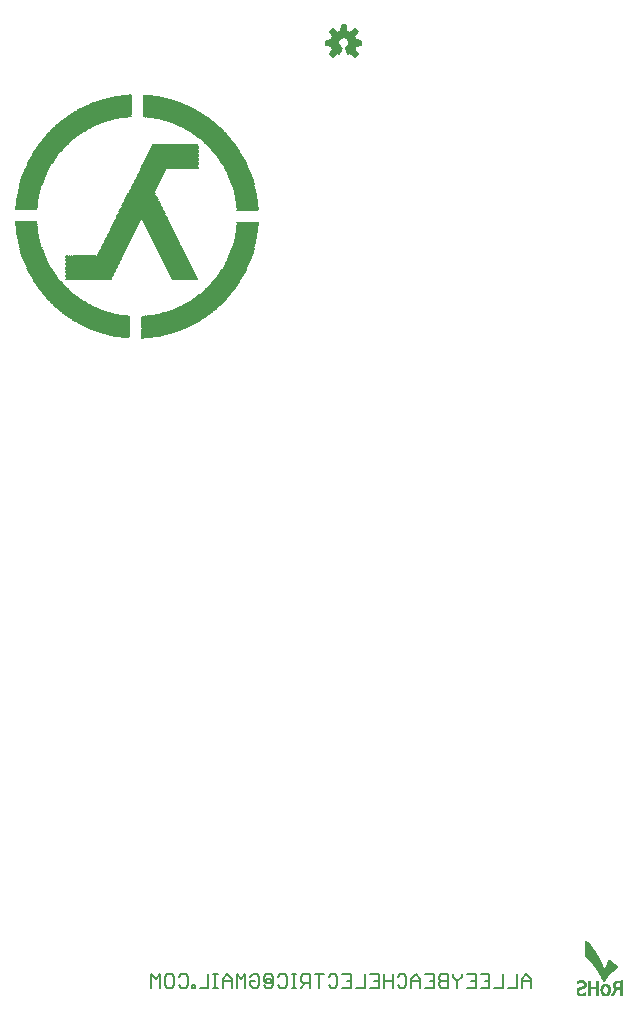
<source format=gbo>
G75*
%MOIN*%
%OFA0B0*%
%FSLAX25Y25*%
%IPPOS*%
%LPD*%
%AMOC8*
5,1,8,0,0,1.08239X$1,22.5*
%
%ADD10C,0.00600*%
%ADD11R,0.00100X0.00100*%
%ADD12R,0.01800X0.00100*%
%ADD13R,0.00700X0.00100*%
%ADD14R,0.00200X0.00100*%
%ADD15R,0.02800X0.00100*%
%ADD16R,0.02200X0.00100*%
%ADD17R,0.03800X0.00100*%
%ADD18R,0.04300X0.00100*%
%ADD19R,0.03400X0.00100*%
%ADD20R,0.05200X0.00100*%
%ADD21R,0.05500X0.00100*%
%ADD22R,0.04800X0.00100*%
%ADD23R,0.06200X0.00100*%
%ADD24R,0.06600X0.00100*%
%ADD25R,0.05800X0.00100*%
%ADD26R,0.07200X0.00100*%
%ADD27R,0.06400X0.00100*%
%ADD28R,0.07500X0.00100*%
%ADD29R,0.06500X0.00100*%
%ADD30R,0.08100X0.00100*%
%ADD31R,0.07300X0.00100*%
%ADD32R,0.08500X0.00100*%
%ADD33R,0.08900X0.00100*%
%ADD34R,0.07900X0.00100*%
%ADD35R,0.09100X0.00100*%
%ADD36R,0.08200X0.00100*%
%ADD37R,0.09700X0.00100*%
%ADD38R,0.08600X0.00100*%
%ADD39R,0.09800X0.00100*%
%ADD40R,0.10300X0.00100*%
%ADD41R,0.09300X0.00100*%
%ADD42R,0.10500X0.00100*%
%ADD43R,0.10900X0.00100*%
%ADD44R,0.09900X0.00100*%
%ADD45R,0.11100X0.00100*%
%ADD46R,0.10200X0.00100*%
%ADD47R,0.11500X0.00100*%
%ADD48R,0.10600X0.00100*%
%ADD49R,0.11700X0.00100*%
%ADD50R,0.10800X0.00100*%
%ADD51R,0.12100X0.00100*%
%ADD52R,0.12400X0.00100*%
%ADD53R,0.12600X0.00100*%
%ADD54R,0.12800X0.00100*%
%ADD55R,0.13100X0.00100*%
%ADD56R,0.13300X0.00100*%
%ADD57R,0.12500X0.00100*%
%ADD58R,0.13800X0.00100*%
%ADD59R,0.13000X0.00100*%
%ADD60R,0.14200X0.00100*%
%ADD61R,0.13200X0.00100*%
%ADD62R,0.14300X0.00100*%
%ADD63R,0.13400X0.00100*%
%ADD64R,0.14700X0.00100*%
%ADD65R,0.13700X0.00100*%
%ADD66R,0.14800X0.00100*%
%ADD67R,0.13900X0.00100*%
%ADD68R,0.15100X0.00100*%
%ADD69R,0.14100X0.00100*%
%ADD70R,0.15300X0.00100*%
%ADD71R,0.14500X0.00100*%
%ADD72R,0.15500X0.00100*%
%ADD73R,0.14600X0.00100*%
%ADD74R,0.15700X0.00100*%
%ADD75R,0.14900X0.00100*%
%ADD76R,0.16000X0.00100*%
%ADD77R,0.15000X0.00100*%
%ADD78R,0.16200X0.00100*%
%ADD79R,0.16300X0.00100*%
%ADD80R,0.15400X0.00100*%
%ADD81R,0.16600X0.00100*%
%ADD82R,0.16700X0.00100*%
%ADD83R,0.15800X0.00100*%
%ADD84R,0.16900X0.00100*%
%ADD85R,0.17200X0.00100*%
%ADD86R,0.17300X0.00100*%
%ADD87R,0.16400X0.00100*%
%ADD88R,0.17600X0.00100*%
%ADD89R,0.17900X0.00100*%
%ADD90R,0.17000X0.00100*%
%ADD91R,0.18000X0.00100*%
%ADD92R,0.17100X0.00100*%
%ADD93R,0.18300X0.00100*%
%ADD94R,0.18500X0.00100*%
%ADD95R,0.18700X0.00100*%
%ADD96R,0.19000X0.00100*%
%ADD97R,0.18200X0.00100*%
%ADD98R,0.19400X0.00100*%
%ADD99R,0.18400X0.00100*%
%ADD100R,0.19700X0.00100*%
%ADD101R,0.19600X0.00100*%
%ADD102R,0.20000X0.00100*%
%ADD103R,0.18900X0.00100*%
%ADD104R,0.20100X0.00100*%
%ADD105R,0.19300X0.00100*%
%ADD106R,0.20300X0.00100*%
%ADD107R,0.19200X0.00100*%
%ADD108R,0.20500X0.00100*%
%ADD109R,0.20800X0.00100*%
%ADD110R,0.19900X0.00100*%
%ADD111R,0.20900X0.00100*%
%ADD112R,0.21100X0.00100*%
%ADD113R,0.21400X0.00100*%
%ADD114R,0.20400X0.00100*%
%ADD115R,0.21600X0.00100*%
%ADD116R,0.20700X0.00100*%
%ADD117R,0.21200X0.00100*%
%ADD118R,0.18800X0.00100*%
%ADD119R,0.17700X0.00100*%
%ADD120R,0.17400X0.00100*%
%ADD121R,0.16100X0.00100*%
%ADD122R,0.15600X0.00100*%
%ADD123R,0.14400X0.00100*%
%ADD124R,0.14000X0.00100*%
%ADD125R,0.13600X0.00100*%
%ADD126R,0.13500X0.00100*%
%ADD127R,0.12900X0.00100*%
%ADD128R,0.12700X0.00100*%
%ADD129R,0.12300X0.00100*%
%ADD130R,0.12200X0.00100*%
%ADD131R,0.12000X0.00100*%
%ADD132R,0.11900X0.00100*%
%ADD133R,0.11800X0.00100*%
%ADD134R,0.11600X0.00100*%
%ADD135R,0.11300X0.00100*%
%ADD136R,0.11400X0.00100*%
%ADD137R,0.11200X0.00100*%
%ADD138R,0.11000X0.00100*%
%ADD139R,0.10700X0.00100*%
%ADD140R,0.10400X0.00100*%
%ADD141R,0.10100X0.00100*%
%ADD142R,0.10000X0.00100*%
%ADD143R,0.09600X0.00100*%
%ADD144R,0.09500X0.00100*%
%ADD145R,0.09400X0.00100*%
%ADD146R,0.09200X0.00100*%
%ADD147R,0.09000X0.00100*%
%ADD148R,0.08800X0.00100*%
%ADD149R,0.08700X0.00100*%
%ADD150R,0.00800X0.00100*%
%ADD151R,0.00400X0.00100*%
%ADD152R,0.00500X0.00100*%
%ADD153R,0.00300X0.00100*%
%ADD154R,0.15900X0.00100*%
%ADD155R,0.08400X0.00100*%
%ADD156R,0.16500X0.00100*%
%ADD157R,0.08300X0.00100*%
%ADD158R,0.16800X0.00100*%
%ADD159R,0.17500X0.00100*%
%ADD160R,0.17800X0.00100*%
%ADD161R,0.08000X0.00100*%
%ADD162R,0.18100X0.00100*%
%ADD163R,0.18600X0.00100*%
%ADD164R,0.07800X0.00100*%
%ADD165R,0.19100X0.00100*%
%ADD166R,0.07700X0.00100*%
%ADD167R,0.07600X0.00100*%
%ADD168R,0.07400X0.00100*%
%ADD169R,0.15200X0.00100*%
%ADD170R,0.20200X0.00100*%
%ADD171R,0.21000X0.00100*%
%ADD172R,0.21300X0.00100*%
%ADD173R,0.20600X0.00100*%
%ADD174R,0.19500X0.00100*%
%ADD175R,0.19800X0.00100*%
%ADD176R,0.06900X0.00100*%
%ADD177R,0.06800X0.00100*%
%ADD178R,0.06100X0.00100*%
%ADD179R,0.06000X0.00100*%
%ADD180R,0.05400X0.00100*%
%ADD181R,0.04500X0.00100*%
%ADD182R,0.03700X0.00100*%
%ADD183R,0.04100X0.00100*%
%ADD184R,0.03200X0.00100*%
%ADD185R,0.03500X0.00100*%
%ADD186R,0.02400X0.00100*%
%ADD187R,0.02600X0.00100*%
%ADD188R,0.01300X0.00100*%
%ADD189R,0.01700X0.00100*%
%ADD190C,0.00591*%
%ADD191C,0.00299*%
D10*
X0048632Y0007965D02*
X0048632Y0012369D01*
X0050100Y0010901D01*
X0051568Y0012369D01*
X0051568Y0007965D01*
X0053236Y0008699D02*
X0053236Y0011635D01*
X0053970Y0012369D01*
X0055438Y0012369D01*
X0056172Y0011635D01*
X0056172Y0008699D01*
X0055438Y0007965D01*
X0053970Y0007965D01*
X0053236Y0008699D01*
X0057840Y0008699D02*
X0058574Y0007965D01*
X0060042Y0007965D01*
X0060776Y0008699D01*
X0060776Y0011635D01*
X0060042Y0012369D01*
X0058574Y0012369D01*
X0057840Y0011635D01*
X0062344Y0008699D02*
X0062344Y0007965D01*
X0063078Y0007965D01*
X0063078Y0008699D01*
X0062344Y0008699D01*
X0064746Y0007965D02*
X0067682Y0007965D01*
X0067682Y0012369D01*
X0069283Y0012369D02*
X0070751Y0012369D01*
X0070017Y0012369D02*
X0070017Y0007965D01*
X0070751Y0007965D02*
X0069283Y0007965D01*
X0072419Y0007965D02*
X0072419Y0010901D01*
X0073887Y0012369D01*
X0075355Y0010901D01*
X0075355Y0007965D01*
X0077023Y0007965D02*
X0077023Y0012369D01*
X0078491Y0010901D01*
X0079959Y0012369D01*
X0079959Y0007965D01*
X0081627Y0008699D02*
X0081627Y0010167D01*
X0083095Y0010167D01*
X0081627Y0008699D02*
X0082361Y0007965D01*
X0083829Y0007965D01*
X0084563Y0008699D01*
X0084563Y0011635D01*
X0083829Y0012369D01*
X0082361Y0012369D01*
X0081627Y0011635D01*
X0086231Y0011635D02*
X0086231Y0010167D01*
X0086965Y0009433D01*
X0086965Y0010901D01*
X0088433Y0010901D01*
X0088433Y0009433D01*
X0086965Y0009433D01*
X0086231Y0008699D02*
X0086965Y0007965D01*
X0088433Y0007965D01*
X0089167Y0008699D01*
X0089167Y0011635D01*
X0088433Y0012369D01*
X0086965Y0012369D01*
X0086231Y0011635D01*
X0090835Y0011635D02*
X0091569Y0012369D01*
X0093037Y0012369D01*
X0093771Y0011635D01*
X0093771Y0008699D01*
X0093037Y0007965D01*
X0091569Y0007965D01*
X0090835Y0008699D01*
X0095372Y0007965D02*
X0096840Y0007965D01*
X0096106Y0007965D02*
X0096106Y0012369D01*
X0096840Y0012369D02*
X0095372Y0012369D01*
X0098508Y0011635D02*
X0098508Y0010167D01*
X0099242Y0009433D01*
X0101444Y0009433D01*
X0101444Y0007965D02*
X0101444Y0012369D01*
X0099242Y0012369D01*
X0098508Y0011635D01*
X0099976Y0009433D02*
X0098508Y0007965D01*
X0103112Y0012369D02*
X0106048Y0012369D01*
X0104580Y0012369D02*
X0104580Y0007965D01*
X0107716Y0008699D02*
X0108450Y0007965D01*
X0109918Y0007965D01*
X0110652Y0008699D01*
X0110652Y0011635D01*
X0109918Y0012369D01*
X0108450Y0012369D01*
X0107716Y0011635D01*
X0112320Y0012369D02*
X0115256Y0012369D01*
X0115256Y0007965D01*
X0112320Y0007965D01*
X0113788Y0010167D02*
X0115256Y0010167D01*
X0116924Y0007965D02*
X0119860Y0007965D01*
X0119860Y0012369D01*
X0121528Y0012369D02*
X0124464Y0012369D01*
X0124464Y0007965D01*
X0121528Y0007965D01*
X0122996Y0010167D02*
X0124464Y0010167D01*
X0126132Y0010167D02*
X0129068Y0010167D01*
X0129068Y0007965D02*
X0129068Y0012369D01*
X0130736Y0011635D02*
X0131470Y0012369D01*
X0132938Y0012369D01*
X0133672Y0011635D01*
X0133672Y0008699D01*
X0132938Y0007965D01*
X0131470Y0007965D01*
X0130736Y0008699D01*
X0135340Y0007965D02*
X0135340Y0010901D01*
X0136808Y0012369D01*
X0138275Y0010901D01*
X0138275Y0007965D01*
X0139944Y0007965D02*
X0142879Y0007965D01*
X0142879Y0012369D01*
X0139944Y0012369D01*
X0141411Y0010167D02*
X0142879Y0010167D01*
X0144547Y0009433D02*
X0144547Y0008699D01*
X0145281Y0007965D01*
X0147483Y0007965D01*
X0147483Y0012369D01*
X0145281Y0012369D01*
X0144547Y0011635D01*
X0144547Y0010901D01*
X0145281Y0010167D01*
X0147483Y0010167D01*
X0145281Y0010167D02*
X0144547Y0009433D01*
X0149151Y0011635D02*
X0150619Y0010167D01*
X0150619Y0007965D01*
X0150619Y0010167D02*
X0152087Y0011635D01*
X0152087Y0012369D01*
X0153755Y0012369D02*
X0156691Y0012369D01*
X0156691Y0007965D01*
X0153755Y0007965D01*
X0155223Y0010167D02*
X0156691Y0010167D01*
X0158359Y0007965D02*
X0161295Y0007965D01*
X0161295Y0012369D01*
X0158359Y0012369D01*
X0159827Y0010167D02*
X0161295Y0010167D01*
X0162963Y0007965D02*
X0165899Y0007965D01*
X0165899Y0012369D01*
X0167567Y0007965D02*
X0170503Y0007965D01*
X0170503Y0012369D01*
X0172171Y0010901D02*
X0172171Y0007965D01*
X0172171Y0010167D02*
X0175107Y0010167D01*
X0175107Y0010901D02*
X0175107Y0007965D01*
X0175107Y0010901D02*
X0173639Y0012369D01*
X0172171Y0010901D01*
X0149151Y0011635D02*
X0149151Y0012369D01*
X0138275Y0010167D02*
X0135340Y0010167D01*
X0126132Y0012369D02*
X0126132Y0007965D01*
X0075355Y0010167D02*
X0072419Y0010167D01*
D11*
X0047800Y0224400D03*
X0047400Y0224400D03*
X0046100Y0224300D03*
X0045900Y0224300D03*
X0045700Y0224300D03*
X0045500Y0224300D03*
X0049900Y0224700D03*
X0051100Y0224900D03*
X0051700Y0225000D03*
X0056400Y0226200D03*
X0058300Y0226900D03*
X0052800Y0232800D03*
X0052500Y0232700D03*
X0049300Y0232000D03*
X0048400Y0231900D03*
X0047900Y0231800D03*
X0047600Y0231800D03*
X0046900Y0231700D03*
X0040900Y0231700D03*
X0039700Y0231800D03*
X0039200Y0231900D03*
X0037300Y0232200D03*
X0036900Y0232300D03*
X0034800Y0232800D03*
X0033100Y0225700D03*
X0034700Y0225300D03*
X0036100Y0225000D03*
X0037800Y0224700D03*
X0040200Y0224400D03*
X0030700Y0226400D03*
X0029100Y0235000D03*
X0025900Y0243900D03*
X0025800Y0251700D03*
X0025600Y0251700D03*
X0026000Y0251700D03*
X0026200Y0251700D03*
X0026400Y0251700D03*
X0026600Y0251700D03*
X0026800Y0251700D03*
X0027400Y0251700D03*
X0028000Y0251700D03*
X0028600Y0251700D03*
X0029100Y0251700D03*
X0029400Y0251700D03*
X0029900Y0251700D03*
X0030200Y0251700D03*
X0025000Y0251700D03*
X0024400Y0251700D03*
X0024200Y0251700D03*
X0024000Y0251700D03*
X0023800Y0251700D03*
X0023600Y0251700D03*
X0023400Y0251700D03*
X0023200Y0251700D03*
X0021400Y0251700D03*
X0021000Y0251700D03*
X0020500Y0251700D03*
X0010400Y0263200D03*
X0010200Y0263200D03*
X0010000Y0263200D03*
X0009200Y0263200D03*
X0008900Y0263200D03*
X0008700Y0263200D03*
X0008500Y0263200D03*
X0008300Y0263200D03*
X0008100Y0263200D03*
X0007900Y0263200D03*
X0007700Y0263200D03*
X0007100Y0263200D03*
X0006900Y0263200D03*
X0006400Y0263200D03*
X0006200Y0263200D03*
X0006000Y0263200D03*
X0005200Y0263200D03*
X0005000Y0263200D03*
X0004800Y0263200D03*
X0004100Y0263200D03*
X0003900Y0263200D03*
X0003700Y0263200D03*
X0003500Y0263200D03*
X0003400Y0267200D03*
X0003600Y0267200D03*
X0004300Y0267200D03*
X0004600Y0267200D03*
X0005400Y0267200D03*
X0006900Y0267200D03*
X0007100Y0267200D03*
X0007700Y0267200D03*
X0007900Y0267200D03*
X0008500Y0267200D03*
X0008700Y0267200D03*
X0009400Y0267200D03*
X0010500Y0267200D03*
X0027100Y0293600D03*
X0024200Y0300400D03*
X0036900Y0297400D03*
X0038400Y0297700D03*
X0039100Y0297800D03*
X0039900Y0297900D03*
X0040800Y0298000D03*
X0041800Y0298100D03*
X0046800Y0298000D03*
X0048400Y0297800D03*
X0048700Y0297800D03*
X0050700Y0297400D03*
X0051600Y0304700D03*
X0057800Y0303000D03*
X0041800Y0305400D03*
X0041600Y0305400D03*
X0040000Y0305300D03*
X0037100Y0304900D03*
X0054200Y0280900D03*
X0054100Y0280800D03*
X0054400Y0280900D03*
X0055000Y0280900D03*
X0055600Y0280900D03*
X0057100Y0280900D03*
X0057600Y0280900D03*
X0058200Y0280900D03*
X0058800Y0280900D03*
X0060300Y0280900D03*
X0060800Y0280900D03*
X0061400Y0280900D03*
X0062300Y0280900D03*
X0062900Y0280900D03*
X0063700Y0280900D03*
X0077600Y0267000D03*
X0078200Y0267000D03*
X0078700Y0267000D03*
X0080100Y0267000D03*
X0080300Y0267000D03*
X0081600Y0267000D03*
X0081800Y0267000D03*
X0082400Y0267000D03*
X0082900Y0267000D03*
X0083100Y0267000D03*
X0084100Y0267000D03*
X0084300Y0267000D03*
X0084000Y0263000D03*
X0083700Y0263000D03*
X0083400Y0263000D03*
X0083200Y0263000D03*
X0082900Y0263000D03*
X0082600Y0263000D03*
X0082400Y0263000D03*
X0082000Y0263000D03*
X0081600Y0263000D03*
X0081400Y0263000D03*
X0081200Y0263000D03*
X0080800Y0263000D03*
X0080600Y0263000D03*
X0080300Y0263000D03*
X0080000Y0263000D03*
X0079800Y0263000D03*
X0079600Y0263000D03*
X0079400Y0263000D03*
X0079200Y0263000D03*
X0078900Y0263000D03*
X0078600Y0263000D03*
X0078400Y0263000D03*
X0078100Y0263000D03*
X0077700Y0263000D03*
X0077500Y0263000D03*
X0077200Y0263000D03*
D12*
X0046250Y0224400D03*
D13*
X0041000Y0224400D03*
X0025400Y0243900D03*
D14*
X0025250Y0251700D03*
X0024650Y0251700D03*
X0022850Y0251700D03*
X0022250Y0251700D03*
X0027050Y0251700D03*
X0027650Y0251700D03*
X0028250Y0251700D03*
X0028850Y0251700D03*
X0029650Y0251700D03*
X0009650Y0263200D03*
X0007450Y0263200D03*
X0005650Y0263200D03*
X0004450Y0263200D03*
X0006650Y0267200D03*
X0010250Y0267200D03*
X0037850Y0297600D03*
X0039650Y0297900D03*
X0047950Y0297900D03*
X0049850Y0297600D03*
X0049850Y0305000D03*
X0054650Y0280900D03*
X0055250Y0280900D03*
X0055850Y0280900D03*
X0056250Y0280900D03*
X0056550Y0280900D03*
X0056850Y0280900D03*
X0057350Y0280900D03*
X0057850Y0280900D03*
X0058450Y0280900D03*
X0059050Y0280900D03*
X0059450Y0280900D03*
X0059750Y0280900D03*
X0060050Y0280900D03*
X0060550Y0280900D03*
X0061050Y0280900D03*
X0061650Y0280900D03*
X0078450Y0267000D03*
X0079450Y0267000D03*
X0080950Y0267000D03*
X0082650Y0267000D03*
X0084250Y0263000D03*
X0048350Y0224500D03*
X0040450Y0224400D03*
D15*
X0039950Y0224600D03*
X0046750Y0224500D03*
D16*
X0040350Y0224500D03*
D17*
X0047350Y0224600D03*
D18*
X0047600Y0224700D03*
X0039300Y0224800D03*
D19*
X0039650Y0224700D03*
D20*
X0038850Y0225000D03*
X0047950Y0224800D03*
X0048550Y0304800D03*
D21*
X0048700Y0304700D03*
X0048200Y0224900D03*
D22*
X0038950Y0224900D03*
X0039650Y0304900D03*
D23*
X0048450Y0225000D03*
D24*
X0048750Y0225100D03*
X0049250Y0304500D03*
D25*
X0038450Y0225100D03*
D26*
X0048950Y0225200D03*
X0080650Y0261500D03*
X0080750Y0262600D03*
X0080750Y0262800D03*
X0080750Y0262900D03*
X0080650Y0268200D03*
X0006950Y0263000D03*
X0006950Y0262300D03*
X0007150Y0260500D03*
D27*
X0038250Y0225200D03*
D28*
X0037700Y0225500D03*
X0049200Y0225300D03*
X0079500Y0255100D03*
X0079600Y0255500D03*
X0079700Y0256000D03*
X0079800Y0256200D03*
X0079800Y0256300D03*
X0079800Y0256400D03*
X0079800Y0256500D03*
X0079900Y0256600D03*
X0079900Y0256700D03*
X0079900Y0256800D03*
X0079900Y0257000D03*
X0080000Y0257100D03*
X0080000Y0257200D03*
X0080000Y0257300D03*
X0080100Y0257700D03*
X0080100Y0257800D03*
X0080200Y0258100D03*
X0080200Y0258300D03*
X0080300Y0258800D03*
X0080300Y0270900D03*
X0080200Y0271400D03*
X0080200Y0271500D03*
X0080100Y0272100D03*
X0080000Y0272300D03*
X0080000Y0272500D03*
X0079900Y0272900D03*
X0079900Y0273000D03*
X0079900Y0273100D03*
X0079800Y0273200D03*
X0079800Y0273300D03*
X0079800Y0273400D03*
X0079800Y0273500D03*
X0079700Y0273700D03*
X0079700Y0273800D03*
X0079700Y0273900D03*
X0079600Y0274100D03*
X0079500Y0274500D03*
X0049700Y0304300D03*
X0008200Y0274500D03*
X0008100Y0274100D03*
X0008000Y0273800D03*
X0008000Y0273700D03*
X0007900Y0273500D03*
X0007900Y0273400D03*
X0007900Y0273300D03*
X0007900Y0273200D03*
X0007800Y0273100D03*
X0007800Y0273000D03*
X0007800Y0272900D03*
X0007800Y0272800D03*
X0007700Y0272500D03*
X0007700Y0272400D03*
X0007600Y0271900D03*
X0007600Y0271700D03*
X0007500Y0271500D03*
X0007500Y0271400D03*
X0007400Y0258800D03*
X0007500Y0258300D03*
X0007500Y0258100D03*
X0007600Y0257800D03*
X0007600Y0257600D03*
X0007700Y0257300D03*
X0007700Y0257100D03*
X0007800Y0256900D03*
X0007800Y0256800D03*
X0007800Y0256700D03*
X0007800Y0256600D03*
X0007900Y0256500D03*
X0007900Y0256400D03*
X0007900Y0256300D03*
X0007900Y0256200D03*
X0008000Y0256000D03*
X0008000Y0255900D03*
X0008100Y0255700D03*
X0008100Y0255600D03*
X0008100Y0255500D03*
X0008200Y0255300D03*
X0008200Y0255200D03*
X0008300Y0254800D03*
D29*
X0038100Y0225300D03*
X0038800Y0304600D03*
D30*
X0037900Y0304200D03*
X0010700Y0281100D03*
X0010600Y0280900D03*
X0010600Y0280800D03*
X0010500Y0280700D03*
X0010500Y0280600D03*
X0010400Y0280500D03*
X0010300Y0280300D03*
X0010300Y0280200D03*
X0010300Y0249500D03*
X0010400Y0249300D03*
X0010400Y0249200D03*
X0010400Y0249100D03*
X0010500Y0249000D03*
X0010600Y0248900D03*
X0010600Y0248800D03*
X0010700Y0248600D03*
X0049400Y0225400D03*
X0077000Y0248600D03*
X0077100Y0248800D03*
X0077100Y0248900D03*
X0077200Y0249000D03*
X0077200Y0249100D03*
X0077300Y0249200D03*
X0077300Y0249300D03*
X0077400Y0249500D03*
X0077400Y0280200D03*
X0077300Y0280400D03*
X0077300Y0280500D03*
X0077200Y0280700D03*
X0077100Y0280800D03*
X0077100Y0280900D03*
X0077000Y0281000D03*
X0077000Y0281100D03*
X0076900Y0281300D03*
D31*
X0080400Y0270400D03*
X0080400Y0270100D03*
X0080500Y0269700D03*
X0080500Y0269400D03*
X0080600Y0268800D03*
X0080600Y0268600D03*
X0080600Y0268500D03*
X0080600Y0268400D03*
X0080700Y0267900D03*
X0080700Y0267700D03*
X0080700Y0267600D03*
X0080700Y0267500D03*
X0080700Y0267400D03*
X0080700Y0267300D03*
X0080700Y0267200D03*
X0080700Y0262400D03*
X0080700Y0262300D03*
X0080700Y0262200D03*
X0080700Y0262100D03*
X0080700Y0262000D03*
X0080700Y0261800D03*
X0080600Y0261300D03*
X0080600Y0261100D03*
X0080600Y0261000D03*
X0080600Y0260900D03*
X0080600Y0260700D03*
X0080500Y0260500D03*
X0080500Y0260300D03*
X0080500Y0260200D03*
X0080500Y0259900D03*
X0080400Y0259500D03*
X0080400Y0259400D03*
X0080300Y0258900D03*
X0037800Y0225400D03*
X0007400Y0258700D03*
X0007400Y0258900D03*
X0007300Y0259600D03*
X0007200Y0260000D03*
X0007200Y0260100D03*
X0007200Y0260200D03*
X0007100Y0260900D03*
X0007100Y0261000D03*
X0007100Y0261100D03*
X0007100Y0261300D03*
X0007100Y0261500D03*
X0007000Y0261700D03*
X0007000Y0261800D03*
X0007000Y0261900D03*
X0007000Y0262000D03*
X0007000Y0262100D03*
X0007000Y0262400D03*
X0007000Y0262600D03*
X0007000Y0262800D03*
X0006900Y0262900D03*
X0006900Y0263100D03*
X0007000Y0267300D03*
X0007000Y0267400D03*
X0007000Y0267500D03*
X0007000Y0267600D03*
X0007000Y0267700D03*
X0007000Y0267900D03*
X0007000Y0268200D03*
X0007100Y0268400D03*
X0007100Y0268600D03*
X0007100Y0268700D03*
X0007100Y0268900D03*
X0007100Y0269100D03*
X0007200Y0269300D03*
X0007200Y0269400D03*
X0007200Y0269800D03*
X0007300Y0270200D03*
X0007300Y0270300D03*
X0038400Y0304400D03*
D32*
X0050300Y0304000D03*
X0075400Y0284000D03*
X0075400Y0283900D03*
X0075500Y0283800D03*
X0075600Y0283600D03*
X0075700Y0283500D03*
X0075700Y0283400D03*
X0075800Y0283300D03*
X0075800Y0246400D03*
X0075700Y0246300D03*
X0075700Y0246200D03*
X0075600Y0246100D03*
X0075500Y0245900D03*
X0075400Y0245700D03*
X0049600Y0225500D03*
X0012400Y0245600D03*
X0012300Y0245700D03*
X0012200Y0245900D03*
X0012100Y0246000D03*
X0012100Y0246100D03*
X0011900Y0246400D03*
X0011900Y0246500D03*
X0011700Y0282900D03*
X0011900Y0283300D03*
X0012000Y0283500D03*
X0012100Y0283600D03*
X0012200Y0283800D03*
X0012300Y0284000D03*
X0012400Y0284100D03*
D33*
X0013500Y0285800D03*
X0013600Y0285900D03*
X0013800Y0286200D03*
X0037600Y0304000D03*
X0049500Y0280900D03*
X0049400Y0280800D03*
X0049200Y0280400D03*
X0049100Y0280200D03*
X0045400Y0272700D03*
X0045400Y0272600D03*
X0040900Y0263800D03*
X0040100Y0262200D03*
X0035300Y0252700D03*
X0035000Y0252000D03*
X0034800Y0251700D03*
X0050400Y0262600D03*
X0050300Y0262900D03*
X0051000Y0261500D03*
X0051100Y0261300D03*
X0051200Y0261100D03*
X0051800Y0259900D03*
X0052600Y0258300D03*
X0052900Y0257700D03*
X0053100Y0257300D03*
X0053600Y0256200D03*
X0054000Y0255400D03*
X0054500Y0254500D03*
X0054600Y0254300D03*
X0055100Y0253300D03*
X0055300Y0252900D03*
X0055500Y0252500D03*
X0056200Y0251100D03*
X0056300Y0250900D03*
X0057200Y0249100D03*
X0057700Y0248100D03*
X0057900Y0247700D03*
X0058200Y0247100D03*
X0049800Y0225600D03*
X0073900Y0243500D03*
X0074000Y0243600D03*
X0074100Y0243800D03*
X0074200Y0243900D03*
X0074200Y0244000D03*
X0074300Y0244100D03*
X0074400Y0285500D03*
X0074300Y0285600D03*
X0074200Y0285800D03*
X0074100Y0285900D03*
X0074000Y0286100D03*
X0013800Y0243500D03*
X0013600Y0243700D03*
X0013600Y0243800D03*
X0013500Y0243900D03*
X0013500Y0244000D03*
X0013300Y0244200D03*
D34*
X0010200Y0249700D03*
X0010000Y0250100D03*
X0009900Y0250400D03*
X0009800Y0250600D03*
X0009700Y0250800D03*
X0009700Y0250900D03*
X0009600Y0251000D03*
X0009600Y0251100D03*
X0009500Y0251300D03*
X0009400Y0251500D03*
X0009300Y0277800D03*
X0009400Y0278300D03*
X0009500Y0278400D03*
X0009600Y0278600D03*
X0009600Y0278700D03*
X0009700Y0278800D03*
X0009700Y0278900D03*
X0009800Y0279100D03*
X0009800Y0279200D03*
X0009900Y0279300D03*
X0009900Y0279400D03*
X0010000Y0279600D03*
X0010100Y0279800D03*
X0037400Y0225600D03*
X0077600Y0249900D03*
X0077700Y0250100D03*
X0077800Y0250400D03*
X0077900Y0250500D03*
X0077900Y0250600D03*
X0078000Y0250700D03*
X0078000Y0250800D03*
X0078000Y0250900D03*
X0078100Y0251000D03*
X0078100Y0251100D03*
X0078200Y0251300D03*
X0078300Y0251600D03*
X0078400Y0251800D03*
X0078400Y0277900D03*
X0078200Y0278400D03*
X0078100Y0278600D03*
X0078100Y0278700D03*
X0078000Y0278800D03*
X0078000Y0278900D03*
X0077900Y0279100D03*
X0077800Y0279300D03*
X0077800Y0279400D03*
X0077700Y0279600D03*
X0077500Y0280000D03*
D35*
X0073600Y0286600D03*
X0073500Y0286800D03*
X0073300Y0286900D03*
X0073300Y0287000D03*
X0045400Y0272500D03*
X0073300Y0242700D03*
X0073500Y0242900D03*
X0073500Y0243000D03*
X0073600Y0243100D03*
X0050000Y0225700D03*
X0036900Y0225900D03*
X0014400Y0242700D03*
X0014400Y0242800D03*
X0014200Y0242900D03*
X0014100Y0243100D03*
X0014100Y0243200D03*
X0014100Y0286600D03*
X0014200Y0286700D03*
X0014200Y0286800D03*
X0014300Y0286900D03*
D36*
X0011150Y0282000D03*
X0011150Y0281900D03*
X0011050Y0281700D03*
X0010950Y0281600D03*
X0010950Y0281500D03*
X0010850Y0281400D03*
X0010850Y0281300D03*
X0010750Y0281200D03*
X0010650Y0281000D03*
X0010650Y0248700D03*
X0010750Y0248500D03*
X0010850Y0248400D03*
X0010850Y0248300D03*
X0010950Y0248200D03*
X0010950Y0248100D03*
X0011050Y0248000D03*
X0011050Y0247900D03*
X0011150Y0247800D03*
X0011150Y0247700D03*
X0011250Y0247600D03*
X0037350Y0225700D03*
X0076450Y0247600D03*
X0076650Y0247900D03*
X0076650Y0248000D03*
X0076750Y0248100D03*
X0076750Y0248200D03*
X0076850Y0248300D03*
X0076850Y0248400D03*
X0076950Y0248500D03*
X0077050Y0248700D03*
X0076950Y0281200D03*
X0076850Y0281400D03*
X0076750Y0281500D03*
X0076750Y0281600D03*
X0076650Y0281800D03*
X0076550Y0281900D03*
X0076350Y0282300D03*
X0050050Y0304100D03*
D37*
X0071700Y0288900D03*
X0071800Y0288800D03*
X0071900Y0241000D03*
X0071700Y0240800D03*
X0071600Y0240700D03*
X0071400Y0240500D03*
X0050200Y0225800D03*
X0036600Y0226100D03*
X0016100Y0240700D03*
X0016000Y0240800D03*
X0015800Y0241000D03*
X0015800Y0288700D03*
X0015900Y0288800D03*
X0016100Y0289000D03*
X0016300Y0289200D03*
D38*
X0012850Y0284800D03*
X0012650Y0284500D03*
X0012550Y0284400D03*
X0012550Y0284300D03*
X0012450Y0284200D03*
X0012250Y0283900D03*
X0012150Y0283700D03*
X0037750Y0304100D03*
X0075050Y0284500D03*
X0075150Y0284300D03*
X0075250Y0284200D03*
X0075350Y0284100D03*
X0075550Y0283700D03*
X0075450Y0245800D03*
X0075250Y0245500D03*
X0075150Y0245400D03*
X0075150Y0245300D03*
X0075050Y0245200D03*
X0074850Y0244900D03*
X0037050Y0225800D03*
X0012750Y0245000D03*
X0012550Y0245400D03*
X0012450Y0245500D03*
X0012250Y0245800D03*
D39*
X0016150Y0240600D03*
X0016250Y0240500D03*
X0016350Y0240400D03*
X0016450Y0240300D03*
X0045350Y0271700D03*
X0045350Y0271800D03*
X0071250Y0289400D03*
X0071350Y0289300D03*
X0071450Y0289200D03*
X0071550Y0289100D03*
X0071550Y0240600D03*
X0071250Y0240300D03*
X0050350Y0225900D03*
X0016150Y0289100D03*
X0016450Y0289400D03*
D40*
X0017500Y0290500D03*
X0017600Y0290600D03*
X0017700Y0290700D03*
X0017800Y0290800D03*
X0017900Y0290900D03*
X0045400Y0271300D03*
X0069900Y0290800D03*
X0070000Y0290700D03*
X0070100Y0290600D03*
X0070200Y0239200D03*
X0070100Y0239100D03*
X0070000Y0239000D03*
X0050500Y0226000D03*
X0017800Y0238900D03*
X0017700Y0239000D03*
X0017600Y0239100D03*
D41*
X0015200Y0241700D03*
X0015000Y0241900D03*
X0014900Y0242100D03*
X0014800Y0242200D03*
X0014600Y0242400D03*
X0036700Y0226000D03*
X0072600Y0241800D03*
X0072700Y0242000D03*
X0072900Y0242200D03*
X0073000Y0287400D03*
X0072900Y0287500D03*
X0072800Y0287600D03*
X0072700Y0287800D03*
X0037300Y0303900D03*
X0015000Y0287700D03*
X0014900Y0287600D03*
D42*
X0018000Y0291000D03*
X0018100Y0291100D03*
X0045400Y0271100D03*
X0045400Y0271000D03*
X0069500Y0291200D03*
X0069600Y0291100D03*
X0069700Y0291000D03*
X0069600Y0238600D03*
X0069500Y0238500D03*
X0050700Y0226100D03*
X0018200Y0238500D03*
X0018100Y0238600D03*
X0018000Y0238700D03*
D43*
X0019000Y0237800D03*
X0019100Y0237700D03*
X0050800Y0226200D03*
X0068600Y0237700D03*
X0068700Y0237800D03*
X0068700Y0291900D03*
X0068600Y0292000D03*
X0019100Y0292000D03*
X0019000Y0291900D03*
D44*
X0016800Y0289800D03*
X0016600Y0289600D03*
X0016500Y0289500D03*
X0016300Y0289300D03*
X0016500Y0240200D03*
X0016600Y0240100D03*
X0016800Y0239900D03*
X0036400Y0226200D03*
X0071000Y0240000D03*
X0071100Y0240100D03*
X0071200Y0240200D03*
X0071400Y0240400D03*
X0071200Y0289500D03*
X0071100Y0289600D03*
X0071000Y0289700D03*
D45*
X0068100Y0292400D03*
X0045400Y0270500D03*
X0068100Y0237300D03*
X0051000Y0226300D03*
X0035800Y0226600D03*
X0019700Y0237200D03*
X0019600Y0237300D03*
X0019600Y0292400D03*
D46*
X0017350Y0290400D03*
X0036850Y0303600D03*
X0070150Y0290500D03*
X0070350Y0290400D03*
X0070350Y0239300D03*
X0036250Y0226300D03*
X0017350Y0239300D03*
X0017350Y0239400D03*
D47*
X0020300Y0236700D03*
X0020600Y0236500D03*
X0035700Y0226700D03*
X0051100Y0226400D03*
X0067200Y0236600D03*
X0067400Y0236700D03*
X0067400Y0293000D03*
X0051700Y0303100D03*
X0020300Y0293000D03*
X0020100Y0292800D03*
D48*
X0018550Y0291500D03*
X0018450Y0291400D03*
X0018350Y0291300D03*
X0018250Y0291200D03*
X0051250Y0303400D03*
X0069150Y0291500D03*
X0069350Y0291300D03*
X0069350Y0238400D03*
X0069250Y0238300D03*
X0036150Y0226400D03*
X0018550Y0238200D03*
X0018350Y0238400D03*
D49*
X0020700Y0236400D03*
X0021000Y0236200D03*
X0035500Y0226800D03*
X0051300Y0226500D03*
X0066700Y0236200D03*
X0067100Y0236500D03*
X0045400Y0269800D03*
X0045400Y0269900D03*
X0020900Y0293400D03*
X0020700Y0293300D03*
D50*
X0018950Y0291800D03*
X0018750Y0291700D03*
X0036550Y0303400D03*
X0051450Y0303300D03*
X0068850Y0291800D03*
X0068950Y0291700D03*
X0045350Y0270800D03*
X0045350Y0270700D03*
X0068850Y0237900D03*
X0035950Y0226500D03*
X0018750Y0238000D03*
D51*
X0021500Y0235800D03*
X0035300Y0227000D03*
X0035400Y0226900D03*
X0051400Y0226600D03*
X0065900Y0235600D03*
X0045400Y0269400D03*
X0045400Y0269500D03*
X0066000Y0294000D03*
X0066200Y0293900D03*
X0052000Y0302900D03*
X0036000Y0303000D03*
X0021400Y0293800D03*
D52*
X0021950Y0294200D03*
X0022250Y0294400D03*
X0045350Y0269200D03*
X0065750Y0294200D03*
X0065750Y0235500D03*
X0065650Y0235400D03*
X0051550Y0226700D03*
X0022150Y0235400D03*
D53*
X0022250Y0235300D03*
X0045350Y0269000D03*
X0065450Y0294400D03*
X0022550Y0294600D03*
X0051750Y0226800D03*
D54*
X0051750Y0226900D03*
X0064850Y0234900D03*
X0065150Y0235100D03*
X0045350Y0268700D03*
X0045350Y0268800D03*
X0064950Y0294700D03*
X0064850Y0294800D03*
X0022850Y0294800D03*
X0022850Y0234900D03*
X0034950Y0227200D03*
D55*
X0052000Y0227000D03*
X0064500Y0234700D03*
X0064300Y0295100D03*
D56*
X0064200Y0295200D03*
X0045400Y0268300D03*
X0045400Y0268200D03*
X0023500Y0295200D03*
X0023500Y0234500D03*
X0023700Y0234400D03*
X0052100Y0227100D03*
X0064000Y0234400D03*
X0064200Y0234500D03*
D57*
X0065300Y0235200D03*
X0065400Y0235300D03*
X0045400Y0269100D03*
X0065300Y0294500D03*
X0052200Y0302700D03*
X0035700Y0302800D03*
X0022100Y0294300D03*
X0022400Y0235200D03*
X0035200Y0227100D03*
D58*
X0024150Y0234100D03*
X0052250Y0227200D03*
X0052350Y0227300D03*
X0052850Y0302200D03*
X0035050Y0302300D03*
D59*
X0035450Y0302600D03*
X0035550Y0302700D03*
X0023250Y0295000D03*
X0045350Y0268600D03*
X0045350Y0268500D03*
X0064650Y0294900D03*
X0064550Y0295000D03*
X0023050Y0234800D03*
X0023150Y0234700D03*
X0034950Y0227300D03*
D60*
X0024950Y0233700D03*
X0045350Y0267400D03*
X0062750Y0296000D03*
X0062750Y0233700D03*
X0052450Y0227400D03*
D61*
X0064350Y0234600D03*
X0045350Y0268400D03*
X0023350Y0295100D03*
X0052550Y0302500D03*
X0052650Y0302400D03*
X0023350Y0234600D03*
X0034750Y0227400D03*
D62*
X0052600Y0227500D03*
X0045400Y0267300D03*
X0025000Y0296000D03*
X0034900Y0302100D03*
X0053100Y0302000D03*
D63*
X0035350Y0302500D03*
X0023650Y0295300D03*
X0063850Y0234300D03*
X0034650Y0227500D03*
D64*
X0052700Y0227600D03*
X0062200Y0233400D03*
X0045400Y0266800D03*
X0025500Y0296300D03*
D65*
X0024200Y0295600D03*
X0024000Y0295500D03*
X0035200Y0302400D03*
X0045400Y0267900D03*
X0045400Y0267800D03*
X0063500Y0295600D03*
X0063500Y0234100D03*
X0034600Y0227600D03*
D66*
X0025550Y0233400D03*
X0052850Y0227700D03*
X0062150Y0296300D03*
X0034650Y0301900D03*
D67*
X0024600Y0295800D03*
X0024400Y0295700D03*
X0045400Y0267700D03*
X0063300Y0295700D03*
X0053000Y0302100D03*
X0063400Y0234000D03*
X0034400Y0227700D03*
X0024400Y0234000D03*
D68*
X0045400Y0266400D03*
X0045400Y0266500D03*
X0061700Y0296500D03*
X0052900Y0227800D03*
D69*
X0063000Y0233800D03*
X0045400Y0267500D03*
X0063100Y0295800D03*
X0063000Y0295900D03*
X0024700Y0295900D03*
X0024700Y0233800D03*
X0034300Y0227800D03*
D70*
X0033800Y0228300D03*
X0026200Y0233100D03*
X0027700Y0244000D03*
X0027800Y0244100D03*
X0027800Y0244200D03*
X0045400Y0266200D03*
X0045400Y0266300D03*
X0026200Y0296600D03*
X0034300Y0301600D03*
X0034400Y0301700D03*
X0053700Y0301500D03*
X0061500Y0233100D03*
X0061300Y0233000D03*
X0053000Y0227900D03*
D71*
X0034200Y0227900D03*
X0034700Y0302000D03*
X0053200Y0301900D03*
D72*
X0061300Y0296700D03*
X0056600Y0288500D03*
X0045400Y0266100D03*
X0045400Y0266000D03*
X0027900Y0244600D03*
X0026400Y0233000D03*
X0053100Y0228000D03*
D73*
X0062350Y0233500D03*
X0045350Y0266900D03*
X0045350Y0267000D03*
X0062350Y0296200D03*
X0053350Y0301800D03*
X0025350Y0296200D03*
X0025350Y0233500D03*
X0034050Y0228000D03*
D74*
X0033600Y0228500D03*
X0026800Y0232800D03*
X0027900Y0244700D03*
X0028000Y0245000D03*
X0045400Y0265800D03*
X0056500Y0288100D03*
X0056600Y0288200D03*
X0053900Y0301300D03*
X0034200Y0301500D03*
X0026600Y0296800D03*
X0061100Y0232900D03*
X0053300Y0228100D03*
D75*
X0034000Y0228100D03*
X0025700Y0233300D03*
X0045400Y0266700D03*
X0062000Y0296400D03*
X0034500Y0301800D03*
X0025700Y0296400D03*
D76*
X0033950Y0301300D03*
X0056350Y0287500D03*
X0060850Y0296900D03*
X0045350Y0265600D03*
X0045350Y0265500D03*
X0028150Y0245600D03*
X0028050Y0245500D03*
X0033350Y0228700D03*
X0053350Y0228200D03*
X0060650Y0232700D03*
D77*
X0061750Y0233200D03*
X0061950Y0233300D03*
X0045350Y0266600D03*
X0025950Y0296500D03*
X0053450Y0301700D03*
X0025950Y0233200D03*
X0033850Y0228200D03*
D78*
X0028150Y0245700D03*
X0028250Y0245900D03*
X0028250Y0246000D03*
X0045350Y0265300D03*
X0045350Y0265400D03*
X0056250Y0287100D03*
X0056250Y0287200D03*
X0056350Y0287300D03*
X0060550Y0297000D03*
X0054050Y0301100D03*
X0033850Y0301200D03*
X0027150Y0297000D03*
X0053450Y0228300D03*
D79*
X0053600Y0228400D03*
X0033300Y0228800D03*
X0028300Y0246200D03*
X0056200Y0286800D03*
X0056200Y0287000D03*
X0060300Y0297100D03*
X0027300Y0297100D03*
D80*
X0026450Y0296700D03*
X0056650Y0288700D03*
X0027850Y0244400D03*
X0027850Y0244300D03*
X0033650Y0228400D03*
D81*
X0033050Y0229000D03*
X0027650Y0232500D03*
X0028350Y0246500D03*
X0028450Y0246700D03*
X0045350Y0265000D03*
X0056050Y0286200D03*
X0056050Y0286300D03*
X0060050Y0232500D03*
X0053650Y0228500D03*
D82*
X0053800Y0228600D03*
X0028500Y0246800D03*
X0028400Y0246900D03*
X0028500Y0247000D03*
X0045400Y0264900D03*
X0056000Y0286100D03*
X0056100Y0286400D03*
X0060100Y0297200D03*
X0027600Y0297200D03*
D83*
X0056450Y0288000D03*
X0056450Y0287900D03*
X0028050Y0245100D03*
X0027950Y0244900D03*
X0033450Y0228600D03*
X0060850Y0232800D03*
D84*
X0059800Y0232400D03*
X0053900Y0228700D03*
X0033000Y0229100D03*
X0027900Y0232400D03*
X0028600Y0247400D03*
X0045400Y0264600D03*
X0045400Y0264700D03*
X0055900Y0285700D03*
X0056000Y0286000D03*
X0059800Y0297300D03*
X0054500Y0300700D03*
X0033600Y0300900D03*
X0027900Y0297300D03*
D85*
X0033350Y0300700D03*
X0055850Y0285300D03*
X0055750Y0285100D03*
X0059550Y0297400D03*
X0028750Y0247900D03*
X0028650Y0247800D03*
X0028150Y0232300D03*
X0053950Y0228800D03*
D86*
X0054100Y0228900D03*
X0059500Y0232300D03*
X0045400Y0264200D03*
X0045400Y0264300D03*
X0055700Y0284900D03*
X0054600Y0300500D03*
X0033300Y0300600D03*
X0028800Y0248200D03*
X0028700Y0248000D03*
X0032700Y0229400D03*
D87*
X0033150Y0228900D03*
X0027350Y0232600D03*
X0028250Y0246100D03*
X0028350Y0246400D03*
X0045350Y0265100D03*
X0045350Y0265200D03*
X0056250Y0286900D03*
X0054150Y0301000D03*
X0060350Y0232600D03*
D88*
X0054250Y0229100D03*
X0054150Y0229000D03*
X0032650Y0229500D03*
X0032550Y0229600D03*
X0028850Y0248700D03*
X0028950Y0248800D03*
X0045350Y0264000D03*
X0055550Y0284200D03*
X0055550Y0284300D03*
X0055650Y0284400D03*
X0059150Y0297500D03*
X0054850Y0300300D03*
X0033150Y0300400D03*
X0028450Y0297500D03*
D89*
X0054900Y0300200D03*
X0055000Y0300100D03*
X0055500Y0283900D03*
X0055400Y0283800D03*
X0055400Y0283700D03*
X0029100Y0249400D03*
X0029000Y0249200D03*
X0028800Y0232100D03*
X0032500Y0229700D03*
X0054300Y0229200D03*
D90*
X0032850Y0229200D03*
X0028550Y0247300D03*
X0028650Y0247600D03*
X0055850Y0285600D03*
D91*
X0055350Y0283600D03*
X0033050Y0300300D03*
X0029150Y0249600D03*
X0029050Y0249300D03*
X0032350Y0229800D03*
X0054450Y0229300D03*
X0058750Y0232100D03*
D92*
X0045400Y0264400D03*
X0045400Y0264500D03*
X0055800Y0285200D03*
X0055800Y0285400D03*
X0055900Y0285500D03*
X0054600Y0300600D03*
X0033500Y0300800D03*
X0028200Y0297400D03*
X0028700Y0247700D03*
X0028600Y0247500D03*
X0032900Y0229300D03*
D93*
X0029200Y0249900D03*
X0029300Y0250100D03*
X0029300Y0250300D03*
X0054500Y0229400D03*
X0058600Y0232000D03*
X0055200Y0282800D03*
X0055100Y0299900D03*
X0032900Y0300100D03*
X0029100Y0297700D03*
D94*
X0055200Y0282700D03*
X0029400Y0250600D03*
X0029300Y0250400D03*
X0032200Y0230000D03*
X0054600Y0229500D03*
D95*
X0054700Y0229600D03*
X0054800Y0229700D03*
X0032000Y0230200D03*
X0029500Y0251000D03*
X0055000Y0282100D03*
X0055000Y0282200D03*
X0055100Y0282300D03*
X0058200Y0297800D03*
X0032700Y0299900D03*
D96*
X0032450Y0299700D03*
X0054850Y0281600D03*
X0054850Y0281500D03*
X0054850Y0281400D03*
X0054950Y0281700D03*
X0055550Y0299500D03*
X0029650Y0251500D03*
X0029550Y0251300D03*
X0031950Y0230300D03*
X0054850Y0229800D03*
X0054950Y0229900D03*
D97*
X0032250Y0229900D03*
X0029250Y0250000D03*
X0055250Y0283000D03*
X0055250Y0283100D03*
X0055250Y0283200D03*
X0055350Y0283300D03*
X0055150Y0300000D03*
D98*
X0055650Y0299300D03*
X0032350Y0299500D03*
X0032250Y0299400D03*
X0057750Y0231800D03*
X0055150Y0230100D03*
X0055050Y0230000D03*
D99*
X0032150Y0230100D03*
X0029150Y0232000D03*
X0029250Y0250200D03*
X0055150Y0282600D03*
X0055250Y0282900D03*
X0058550Y0297700D03*
X0032750Y0300000D03*
D100*
X0032200Y0299300D03*
X0055200Y0230200D03*
D101*
X0055250Y0230300D03*
X0031650Y0230700D03*
X0031550Y0230800D03*
X0055750Y0299200D03*
D102*
X0055350Y0230400D03*
D103*
X0031900Y0230400D03*
X0029500Y0251100D03*
X0029600Y0251400D03*
X0054900Y0281800D03*
X0055000Y0281900D03*
X0055400Y0299600D03*
D104*
X0056100Y0298800D03*
X0031900Y0299000D03*
X0030500Y0298000D03*
X0031300Y0231100D03*
X0055500Y0230500D03*
D105*
X0031800Y0230500D03*
X0029900Y0231800D03*
X0054800Y0281000D03*
X0054800Y0281100D03*
X0057800Y0297900D03*
D106*
X0056100Y0298700D03*
X0031900Y0298900D03*
X0030500Y0231700D03*
X0031300Y0231200D03*
X0055500Y0230600D03*
X0057200Y0231700D03*
D107*
X0031750Y0230600D03*
X0054850Y0281300D03*
X0029850Y0297900D03*
D108*
X0056200Y0298600D03*
X0056300Y0298500D03*
X0055700Y0230800D03*
X0055600Y0230700D03*
X0031100Y0231400D03*
D109*
X0031050Y0231600D03*
X0055750Y0230900D03*
D110*
X0031500Y0230900D03*
X0031400Y0231000D03*
X0032000Y0299100D03*
X0055900Y0299000D03*
X0056000Y0298900D03*
D111*
X0056400Y0298300D03*
X0031600Y0298500D03*
X0055800Y0231000D03*
D112*
X0055900Y0231100D03*
X0056000Y0231200D03*
X0056500Y0298200D03*
X0031100Y0298100D03*
D113*
X0056150Y0231400D03*
X0056050Y0231300D03*
D114*
X0031150Y0231300D03*
X0031750Y0298800D03*
D115*
X0056150Y0231500D03*
D116*
X0031000Y0231500D03*
X0031600Y0298600D03*
X0056300Y0298400D03*
D117*
X0031450Y0298300D03*
X0056550Y0231600D03*
D118*
X0058150Y0231900D03*
X0029550Y0231900D03*
X0029450Y0250900D03*
X0029550Y0251200D03*
X0054950Y0282000D03*
X0032650Y0299800D03*
X0029550Y0297800D03*
D119*
X0028800Y0297600D03*
X0033200Y0300500D03*
X0029000Y0248900D03*
X0059200Y0232200D03*
D120*
X0028450Y0232200D03*
X0028750Y0248100D03*
X0028850Y0248400D03*
X0055650Y0284600D03*
X0055650Y0284700D03*
X0055750Y0285000D03*
D121*
X0056300Y0287400D03*
X0056400Y0287600D03*
X0028200Y0245800D03*
X0027100Y0232700D03*
D122*
X0026650Y0232900D03*
X0027850Y0244500D03*
X0027950Y0244800D03*
X0045350Y0265900D03*
X0056550Y0288300D03*
X0056550Y0288400D03*
X0056650Y0288600D03*
X0061050Y0296800D03*
X0053750Y0301400D03*
D123*
X0062550Y0296100D03*
X0045350Y0267200D03*
X0045350Y0267100D03*
X0025150Y0296100D03*
X0025150Y0233600D03*
X0062550Y0233600D03*
D124*
X0063050Y0233900D03*
X0045350Y0267600D03*
X0034950Y0302200D03*
X0024550Y0233900D03*
D125*
X0024050Y0234200D03*
X0063650Y0234200D03*
X0063650Y0295500D03*
X0052750Y0302300D03*
D126*
X0063900Y0295400D03*
X0064000Y0295300D03*
X0045400Y0268100D03*
X0045400Y0268000D03*
X0023900Y0295400D03*
X0023900Y0234300D03*
D127*
X0022700Y0294700D03*
X0023000Y0294900D03*
X0064700Y0234800D03*
X0065000Y0235000D03*
D128*
X0045400Y0268900D03*
X0065100Y0294600D03*
X0052400Y0302600D03*
X0022400Y0294500D03*
X0022600Y0235100D03*
X0022600Y0235000D03*
D129*
X0021900Y0235500D03*
X0045400Y0269300D03*
X0065600Y0294300D03*
X0065900Y0294100D03*
X0052200Y0302800D03*
X0035800Y0302900D03*
X0066000Y0235700D03*
D130*
X0021850Y0235600D03*
X0021650Y0235700D03*
X0021650Y0294000D03*
X0021850Y0294100D03*
D131*
X0021550Y0293900D03*
X0045350Y0269600D03*
X0066450Y0293700D03*
X0066350Y0293800D03*
X0066450Y0236000D03*
X0066350Y0235900D03*
X0066150Y0235800D03*
X0021250Y0236000D03*
X0021150Y0236100D03*
D132*
X0021400Y0235900D03*
X0045400Y0269700D03*
X0066600Y0236100D03*
D133*
X0066850Y0236300D03*
X0066850Y0293400D03*
X0066750Y0293500D03*
X0066550Y0293600D03*
X0036150Y0303100D03*
X0021250Y0293700D03*
X0021050Y0293600D03*
X0020950Y0293500D03*
X0020850Y0236300D03*
D134*
X0020450Y0236600D03*
X0045350Y0270000D03*
X0066950Y0293300D03*
X0067150Y0293200D03*
X0067250Y0293100D03*
X0051850Y0303000D03*
X0020550Y0293200D03*
X0066950Y0236400D03*
D135*
X0067500Y0236800D03*
X0067900Y0292600D03*
X0036400Y0303300D03*
X0019800Y0237100D03*
D136*
X0020050Y0236900D03*
X0020250Y0236800D03*
X0045350Y0270100D03*
X0045350Y0270200D03*
X0067450Y0292900D03*
X0067650Y0292800D03*
X0036250Y0303200D03*
X0020450Y0293100D03*
X0020250Y0292900D03*
X0067650Y0236900D03*
D137*
X0067750Y0237000D03*
X0067850Y0237100D03*
X0068050Y0237200D03*
X0045350Y0270300D03*
X0045350Y0270400D03*
X0067750Y0292700D03*
X0067950Y0292500D03*
X0051550Y0303200D03*
X0019950Y0292700D03*
X0019850Y0292600D03*
X0019650Y0292500D03*
X0019950Y0237000D03*
D138*
X0019450Y0237400D03*
X0019350Y0237500D03*
X0019250Y0237600D03*
X0045350Y0270600D03*
X0068250Y0292300D03*
X0068350Y0292200D03*
X0068450Y0292100D03*
X0068450Y0237600D03*
X0068350Y0237500D03*
X0068250Y0237400D03*
X0019250Y0292100D03*
X0019350Y0292200D03*
X0019450Y0292300D03*
D139*
X0018600Y0291600D03*
X0036700Y0303500D03*
X0045400Y0270900D03*
X0069000Y0291600D03*
X0069300Y0291400D03*
X0069200Y0238200D03*
X0069000Y0238100D03*
X0068900Y0238000D03*
X0018900Y0237900D03*
X0018700Y0238100D03*
X0018400Y0238300D03*
D140*
X0017950Y0238800D03*
X0045350Y0271200D03*
X0051150Y0303500D03*
X0069750Y0290900D03*
X0069950Y0238900D03*
X0069750Y0238800D03*
X0069650Y0238700D03*
D141*
X0070400Y0239400D03*
X0070500Y0239500D03*
X0070600Y0239600D03*
X0070900Y0239900D03*
X0045400Y0271400D03*
X0045400Y0271500D03*
X0070400Y0290300D03*
X0070500Y0290200D03*
X0070600Y0290100D03*
X0070700Y0290000D03*
X0017300Y0290300D03*
X0017200Y0290200D03*
X0017100Y0290100D03*
X0016900Y0289900D03*
X0016900Y0239800D03*
X0017000Y0239700D03*
X0017100Y0239600D03*
X0017200Y0239500D03*
X0017500Y0239200D03*
D142*
X0016750Y0240000D03*
X0045350Y0271600D03*
X0050950Y0303600D03*
X0037050Y0303700D03*
X0016950Y0290000D03*
X0016750Y0289700D03*
X0070850Y0289800D03*
X0070850Y0289900D03*
X0070750Y0239800D03*
X0070750Y0239700D03*
D143*
X0071850Y0240900D03*
X0071950Y0241100D03*
X0072150Y0241300D03*
X0045350Y0271900D03*
X0045350Y0272000D03*
X0050850Y0303700D03*
X0071650Y0289000D03*
X0071950Y0288700D03*
X0071950Y0288600D03*
X0072050Y0288500D03*
X0072250Y0288300D03*
X0015950Y0288900D03*
X0015750Y0288600D03*
X0015550Y0288400D03*
X0015450Y0241400D03*
X0015550Y0241300D03*
X0015750Y0241100D03*
X0015850Y0240900D03*
D144*
X0015600Y0241200D03*
X0015400Y0241500D03*
X0015300Y0241600D03*
X0015300Y0288100D03*
X0015500Y0288300D03*
X0015600Y0288500D03*
X0037200Y0303800D03*
X0072300Y0288200D03*
X0072400Y0288100D03*
X0072500Y0241700D03*
X0072400Y0241600D03*
X0072200Y0241400D03*
X0072100Y0241200D03*
D145*
X0072350Y0241500D03*
X0072650Y0241900D03*
X0072850Y0242100D03*
X0045350Y0272100D03*
X0045350Y0272200D03*
X0050650Y0303800D03*
X0072150Y0288400D03*
X0072550Y0288000D03*
X0072550Y0287900D03*
X0072750Y0287700D03*
X0015350Y0288200D03*
X0015250Y0288000D03*
X0015050Y0287900D03*
X0015050Y0287800D03*
X0014750Y0287400D03*
X0014950Y0242000D03*
X0015150Y0241800D03*
D146*
X0014750Y0242300D03*
X0014550Y0242500D03*
X0014450Y0242600D03*
X0014150Y0243000D03*
X0030650Y0243900D03*
X0045350Y0272300D03*
X0045350Y0272400D03*
X0073050Y0287300D03*
X0073150Y0287200D03*
X0073250Y0287100D03*
X0073550Y0286700D03*
X0073350Y0242800D03*
X0073250Y0242600D03*
X0073150Y0242500D03*
X0073050Y0242400D03*
X0072950Y0242300D03*
X0014450Y0287000D03*
X0014450Y0287100D03*
X0014550Y0287200D03*
X0014650Y0287300D03*
X0014750Y0287500D03*
D147*
X0014050Y0286500D03*
X0013950Y0286400D03*
X0013850Y0286300D03*
X0013750Y0286100D03*
X0013650Y0286000D03*
X0013450Y0285700D03*
X0013750Y0243600D03*
X0013850Y0243400D03*
X0013950Y0243300D03*
X0050450Y0303900D03*
X0073650Y0286500D03*
X0073750Y0286400D03*
X0073850Y0286300D03*
X0073850Y0286200D03*
X0074050Y0286000D03*
X0074050Y0243700D03*
X0073850Y0243400D03*
X0073750Y0243300D03*
X0073650Y0243200D03*
D148*
X0074450Y0244200D03*
X0074450Y0244300D03*
X0074550Y0244400D03*
X0074550Y0244500D03*
X0074650Y0244600D03*
X0074750Y0244700D03*
X0059850Y0243800D03*
X0059750Y0244000D03*
X0059650Y0244200D03*
X0059650Y0244300D03*
X0059550Y0244400D03*
X0059550Y0244500D03*
X0059450Y0244700D03*
X0059350Y0244800D03*
X0059250Y0245000D03*
X0059150Y0245200D03*
X0059150Y0245300D03*
X0059050Y0245400D03*
X0058950Y0245600D03*
X0058850Y0245800D03*
X0058850Y0245900D03*
X0058750Y0246000D03*
X0058750Y0246100D03*
X0058650Y0246200D03*
X0058650Y0246300D03*
X0058550Y0246400D03*
X0058550Y0246500D03*
X0058450Y0246600D03*
X0058450Y0246700D03*
X0058350Y0246800D03*
X0058250Y0246900D03*
X0058250Y0247000D03*
X0058150Y0247200D03*
X0058050Y0247400D03*
X0058050Y0247500D03*
X0057950Y0247600D03*
X0057850Y0247800D03*
X0057850Y0247900D03*
X0057750Y0248000D03*
X0057650Y0248200D03*
X0057550Y0248300D03*
X0057550Y0248400D03*
X0057550Y0248500D03*
X0057450Y0248600D03*
X0057350Y0248800D03*
X0057250Y0248900D03*
X0057250Y0249000D03*
X0057150Y0249200D03*
X0057150Y0249300D03*
X0057050Y0249400D03*
X0057050Y0249500D03*
X0056950Y0249600D03*
X0056950Y0249700D03*
X0056850Y0249800D03*
X0056750Y0249900D03*
X0056750Y0250000D03*
X0056750Y0250100D03*
X0056650Y0250200D03*
X0056550Y0250300D03*
X0056550Y0250400D03*
X0056450Y0250600D03*
X0056350Y0250800D03*
X0056250Y0251000D03*
X0056150Y0251200D03*
X0056150Y0251300D03*
X0056050Y0251400D03*
X0056050Y0251500D03*
X0055950Y0251600D03*
X0055850Y0251800D03*
X0055750Y0251900D03*
X0055750Y0252000D03*
X0055750Y0252100D03*
X0055650Y0252200D03*
X0055550Y0252400D03*
X0055450Y0252600D03*
X0055450Y0252700D03*
X0055350Y0252800D03*
X0055250Y0253000D03*
X0055250Y0253100D03*
X0055150Y0253200D03*
X0055050Y0253400D03*
X0054950Y0253500D03*
X0054950Y0253600D03*
X0054850Y0253800D03*
X0054750Y0254000D03*
X0054750Y0254100D03*
X0054650Y0254200D03*
X0054450Y0254600D03*
X0054450Y0254700D03*
X0054350Y0254800D03*
X0054250Y0254900D03*
X0054250Y0255000D03*
X0054150Y0255200D03*
X0053950Y0255600D03*
X0053950Y0255700D03*
X0053850Y0255800D03*
X0053850Y0255900D03*
X0053750Y0256000D03*
X0053750Y0256100D03*
X0053650Y0256300D03*
X0053550Y0256400D03*
X0053450Y0256500D03*
X0053450Y0256600D03*
X0053450Y0256700D03*
X0053350Y0256800D03*
X0053250Y0256900D03*
X0053250Y0257000D03*
X0053150Y0257200D03*
X0053050Y0257400D03*
X0052950Y0257600D03*
X0052850Y0257800D03*
X0052850Y0257900D03*
X0052750Y0258000D03*
X0052750Y0258100D03*
X0052650Y0258200D03*
X0052550Y0258400D03*
X0052450Y0258600D03*
X0052350Y0258800D03*
X0052250Y0258900D03*
X0052250Y0259000D03*
X0052150Y0259100D03*
X0052150Y0259200D03*
X0052150Y0259300D03*
X0052050Y0259400D03*
X0052050Y0259500D03*
X0051950Y0259600D03*
X0051950Y0259700D03*
X0051850Y0259800D03*
X0051750Y0260000D03*
X0051650Y0260200D03*
X0051550Y0260300D03*
X0051550Y0260400D03*
X0051450Y0260600D03*
X0051350Y0260800D03*
X0051350Y0260900D03*
X0051250Y0261000D03*
X0051150Y0261200D03*
X0050950Y0261600D03*
X0050850Y0261800D03*
X0050750Y0261900D03*
X0050750Y0262000D03*
X0050650Y0262200D03*
X0050550Y0262400D03*
X0050550Y0262500D03*
X0050450Y0262700D03*
X0050350Y0262800D03*
X0050250Y0263000D03*
X0050250Y0263100D03*
X0050150Y0263200D03*
X0050050Y0263300D03*
X0050050Y0263400D03*
X0049950Y0263600D03*
X0049850Y0263700D03*
X0049850Y0263800D03*
X0045450Y0272900D03*
X0045550Y0273100D03*
X0045650Y0273300D03*
X0045650Y0273400D03*
X0045750Y0273500D03*
X0045750Y0273600D03*
X0045850Y0273800D03*
X0045950Y0273900D03*
X0045950Y0274000D03*
X0046050Y0274100D03*
X0046150Y0274300D03*
X0046150Y0274400D03*
X0046250Y0274500D03*
X0046350Y0274700D03*
X0046450Y0274900D03*
X0046450Y0275000D03*
X0046550Y0275200D03*
X0046650Y0275300D03*
X0046650Y0275400D03*
X0046750Y0275500D03*
X0046750Y0275600D03*
X0046850Y0275700D03*
X0046950Y0275900D03*
X0046950Y0276000D03*
X0047050Y0276100D03*
X0047150Y0276300D03*
X0047250Y0276500D03*
X0047350Y0276700D03*
X0047350Y0276800D03*
X0047450Y0277000D03*
X0047550Y0277100D03*
X0047550Y0277200D03*
X0047650Y0277300D03*
X0047750Y0277500D03*
X0047750Y0277600D03*
X0047850Y0277700D03*
X0047950Y0277900D03*
X0047950Y0278000D03*
X0048050Y0278100D03*
X0048150Y0278300D03*
X0048150Y0278400D03*
X0048250Y0278500D03*
X0048250Y0278600D03*
X0048350Y0278800D03*
X0048450Y0278900D03*
X0048550Y0279100D03*
X0048550Y0279200D03*
X0048650Y0279300D03*
X0048750Y0279400D03*
X0048750Y0279500D03*
X0048850Y0279600D03*
X0048850Y0279700D03*
X0048850Y0279800D03*
X0048950Y0279900D03*
X0048950Y0280000D03*
X0049050Y0280100D03*
X0049250Y0280500D03*
X0049250Y0280600D03*
X0049350Y0280700D03*
X0040950Y0263900D03*
X0040750Y0263600D03*
X0040750Y0263500D03*
X0040650Y0263400D03*
X0040650Y0263300D03*
X0040550Y0263200D03*
X0040550Y0263100D03*
X0040450Y0262900D03*
X0040350Y0262700D03*
X0040250Y0262500D03*
X0040150Y0262400D03*
X0040150Y0262300D03*
X0039950Y0262000D03*
X0039950Y0261900D03*
X0039850Y0261800D03*
X0039850Y0261700D03*
X0039750Y0261500D03*
X0039650Y0261400D03*
X0039650Y0261300D03*
X0039550Y0261100D03*
X0039450Y0260900D03*
X0039350Y0260800D03*
X0039350Y0260700D03*
X0039250Y0260600D03*
X0039250Y0260500D03*
X0039150Y0260400D03*
X0039050Y0260200D03*
X0039050Y0260100D03*
X0038950Y0260000D03*
X0038950Y0259900D03*
X0038850Y0259700D03*
X0038750Y0259500D03*
X0038650Y0259300D03*
X0038550Y0259200D03*
X0038550Y0259100D03*
X0038450Y0259000D03*
X0038450Y0258900D03*
X0038350Y0258800D03*
X0038250Y0258600D03*
X0038250Y0258500D03*
X0038150Y0258400D03*
X0038150Y0258300D03*
X0038050Y0258100D03*
X0037950Y0257900D03*
X0037850Y0257700D03*
X0037750Y0257600D03*
X0037750Y0257500D03*
X0037650Y0257400D03*
X0037650Y0257300D03*
X0037550Y0257200D03*
X0037450Y0257000D03*
X0037450Y0256900D03*
X0037350Y0256800D03*
X0037250Y0256500D03*
X0037150Y0256300D03*
X0037050Y0256100D03*
X0036950Y0256000D03*
X0036950Y0255900D03*
X0036850Y0255700D03*
X0036750Y0255600D03*
X0036750Y0255500D03*
X0036650Y0255400D03*
X0036650Y0255300D03*
X0036550Y0255200D03*
X0036450Y0254900D03*
X0036350Y0254700D03*
X0036250Y0254500D03*
X0036150Y0254300D03*
X0036050Y0254100D03*
X0035950Y0254000D03*
X0035950Y0253900D03*
X0035850Y0253800D03*
X0035850Y0253700D03*
X0035750Y0253600D03*
X0035650Y0253400D03*
X0035650Y0253300D03*
X0035550Y0253200D03*
X0035550Y0253100D03*
X0035450Y0253000D03*
X0035450Y0252900D03*
X0035350Y0252800D03*
X0035250Y0252500D03*
X0035150Y0252400D03*
X0035150Y0252300D03*
X0035050Y0252200D03*
X0034850Y0251800D03*
X0030850Y0243800D03*
X0013350Y0244100D03*
X0013250Y0244300D03*
X0013150Y0244400D03*
X0013050Y0244600D03*
X0012950Y0244700D03*
X0012750Y0284700D03*
X0013050Y0285100D03*
X0013150Y0285300D03*
X0013250Y0285400D03*
X0013350Y0285500D03*
X0013350Y0285600D03*
X0074250Y0285700D03*
X0074450Y0285400D03*
X0074550Y0285300D03*
X0074650Y0285100D03*
D149*
X0074600Y0285200D03*
X0074700Y0285000D03*
X0074800Y0284900D03*
X0074900Y0284800D03*
X0074900Y0284700D03*
X0075000Y0284600D03*
X0075100Y0284400D03*
X0053000Y0257500D03*
X0053200Y0257100D03*
X0052500Y0258500D03*
X0052400Y0258700D03*
X0051700Y0260100D03*
X0051500Y0260500D03*
X0051400Y0260700D03*
X0051100Y0261400D03*
X0050900Y0261700D03*
X0050700Y0262100D03*
X0050600Y0262300D03*
X0050000Y0263500D03*
X0049800Y0263900D03*
X0045400Y0272800D03*
X0045500Y0273000D03*
X0045600Y0273200D03*
X0045800Y0273700D03*
X0046100Y0274200D03*
X0046300Y0274600D03*
X0046400Y0274800D03*
X0046500Y0275100D03*
X0046900Y0275800D03*
X0047100Y0276200D03*
X0047200Y0276400D03*
X0047300Y0276600D03*
X0047400Y0276900D03*
X0047700Y0277400D03*
X0047900Y0277800D03*
X0048100Y0278200D03*
X0048300Y0278700D03*
X0048500Y0279000D03*
X0049100Y0280300D03*
X0040800Y0263700D03*
X0040500Y0263000D03*
X0040400Y0262800D03*
X0040300Y0262600D03*
X0040000Y0262100D03*
X0039800Y0261600D03*
X0039600Y0261200D03*
X0039500Y0261000D03*
X0039100Y0260300D03*
X0038900Y0259800D03*
X0038800Y0259600D03*
X0038700Y0259400D03*
X0038300Y0258700D03*
X0038100Y0258200D03*
X0038000Y0258000D03*
X0037900Y0257800D03*
X0037600Y0257100D03*
X0037300Y0256700D03*
X0037300Y0256600D03*
X0037200Y0256400D03*
X0037100Y0256200D03*
X0036900Y0255800D03*
X0036500Y0255100D03*
X0036500Y0255000D03*
X0036400Y0254800D03*
X0036300Y0254600D03*
X0036200Y0254400D03*
X0036100Y0254200D03*
X0035700Y0253500D03*
X0035300Y0252600D03*
X0035000Y0252100D03*
X0034900Y0251900D03*
X0054000Y0255500D03*
X0054100Y0255300D03*
X0054200Y0255100D03*
X0054600Y0254400D03*
X0054800Y0253900D03*
X0054900Y0253700D03*
X0055600Y0252300D03*
X0055900Y0251700D03*
X0056400Y0250700D03*
X0056500Y0250500D03*
X0057400Y0248700D03*
X0058100Y0247300D03*
X0058900Y0245700D03*
X0059000Y0245500D03*
X0059200Y0245100D03*
X0059300Y0244900D03*
X0059500Y0244600D03*
X0059700Y0244100D03*
X0059800Y0243900D03*
X0074800Y0244800D03*
X0074900Y0245000D03*
X0075000Y0245100D03*
X0075300Y0245600D03*
X0013100Y0244500D03*
X0012900Y0244800D03*
X0012900Y0244900D03*
X0012700Y0245100D03*
X0012600Y0245200D03*
X0012600Y0245300D03*
X0012700Y0284600D03*
X0012900Y0284900D03*
X0013000Y0285000D03*
X0013100Y0285200D03*
D150*
X0020950Y0243900D03*
X0021950Y0243900D03*
X0024550Y0243900D03*
D151*
X0023850Y0243900D03*
X0009750Y0267200D03*
X0005750Y0267200D03*
X0004950Y0267200D03*
X0003950Y0267200D03*
X0079050Y0267000D03*
D152*
X0023300Y0243900D03*
X0022700Y0243900D03*
D153*
X0020300Y0243900D03*
X0009000Y0267200D03*
X0008200Y0267200D03*
X0007400Y0267200D03*
X0006200Y0267200D03*
X0077300Y0267000D03*
X0077900Y0267000D03*
X0079800Y0267000D03*
X0080600Y0267000D03*
X0081300Y0267000D03*
X0082100Y0267000D03*
X0083400Y0267000D03*
X0083800Y0267000D03*
D154*
X0056500Y0287800D03*
X0056400Y0287700D03*
X0054000Y0301200D03*
X0034100Y0301400D03*
X0026900Y0296900D03*
X0045400Y0265700D03*
X0028100Y0245400D03*
X0028000Y0245300D03*
X0028100Y0245200D03*
D155*
X0012050Y0246200D03*
X0011950Y0246300D03*
X0011650Y0246700D03*
X0011650Y0246800D03*
X0011650Y0246900D03*
X0011550Y0247000D03*
X0011450Y0247200D03*
X0011250Y0247500D03*
X0011450Y0282500D03*
X0011550Y0282700D03*
X0011750Y0283000D03*
X0011750Y0283100D03*
X0011850Y0283200D03*
X0011950Y0283400D03*
X0075550Y0246000D03*
X0075850Y0246500D03*
X0075950Y0246600D03*
X0075950Y0246700D03*
X0076050Y0246800D03*
X0076150Y0247000D03*
X0076250Y0247200D03*
X0076250Y0282500D03*
X0076150Y0282700D03*
X0076050Y0282900D03*
X0075950Y0283000D03*
X0075950Y0283100D03*
X0075850Y0283200D03*
D156*
X0056200Y0286700D03*
X0056100Y0286600D03*
X0056100Y0286500D03*
X0054300Y0300900D03*
X0033800Y0301100D03*
X0033700Y0301000D03*
X0028400Y0246600D03*
X0028300Y0246300D03*
D157*
X0011800Y0246600D03*
X0011500Y0247100D03*
X0011400Y0247300D03*
X0011300Y0247400D03*
X0011100Y0281800D03*
X0011200Y0282100D03*
X0011300Y0282200D03*
X0011300Y0282300D03*
X0011400Y0282400D03*
X0011500Y0282600D03*
X0011600Y0282800D03*
X0076100Y0282800D03*
X0076200Y0282600D03*
X0076300Y0282400D03*
X0076400Y0282200D03*
X0076500Y0282100D03*
X0076500Y0282000D03*
X0076700Y0281700D03*
X0076600Y0247800D03*
X0076500Y0247700D03*
X0076400Y0247500D03*
X0076400Y0247400D03*
X0076300Y0247300D03*
X0076200Y0247100D03*
X0076100Y0246900D03*
D158*
X0055950Y0285800D03*
X0055950Y0285900D03*
X0054350Y0300800D03*
X0045350Y0264800D03*
X0028550Y0247200D03*
X0028450Y0247100D03*
D159*
X0028800Y0248300D03*
X0028900Y0248500D03*
X0028900Y0248600D03*
X0045400Y0264100D03*
X0055600Y0284500D03*
X0055700Y0284800D03*
X0054700Y0300400D03*
D160*
X0058950Y0297600D03*
X0055550Y0284100D03*
X0055450Y0284000D03*
X0029050Y0249100D03*
X0028950Y0249000D03*
D161*
X0010350Y0249400D03*
X0010250Y0249600D03*
X0010150Y0249800D03*
X0010050Y0249900D03*
X0010050Y0250000D03*
X0009950Y0250200D03*
X0009950Y0250300D03*
X0009850Y0250500D03*
X0009750Y0250700D03*
X0009750Y0279000D03*
X0009950Y0279500D03*
X0010050Y0279700D03*
X0010150Y0279900D03*
X0010150Y0280000D03*
X0010250Y0280100D03*
X0010350Y0280400D03*
X0077250Y0280600D03*
X0077350Y0280300D03*
X0077450Y0280100D03*
X0077550Y0279900D03*
X0077650Y0279800D03*
X0077650Y0279700D03*
X0077750Y0279500D03*
X0077850Y0279200D03*
X0077950Y0279000D03*
X0077750Y0250300D03*
X0077750Y0250200D03*
X0077650Y0250000D03*
X0077550Y0249800D03*
X0077550Y0249700D03*
X0077450Y0249600D03*
X0077350Y0249400D03*
D162*
X0055300Y0283400D03*
X0055400Y0283500D03*
X0032900Y0300200D03*
X0029200Y0249800D03*
X0029200Y0249700D03*
X0029100Y0249500D03*
D163*
X0029350Y0250500D03*
X0029450Y0250700D03*
X0029450Y0250800D03*
X0055050Y0282400D03*
X0055150Y0282500D03*
X0055350Y0299700D03*
X0055250Y0299800D03*
D164*
X0049950Y0304200D03*
X0038050Y0304300D03*
X0009550Y0278500D03*
X0009450Y0278200D03*
X0009350Y0278100D03*
X0009350Y0278000D03*
X0009350Y0277900D03*
X0009250Y0277700D03*
X0009150Y0277500D03*
X0009050Y0277300D03*
X0009050Y0277200D03*
X0008950Y0276800D03*
X0008950Y0252800D03*
X0009050Y0252500D03*
X0009050Y0252400D03*
X0009150Y0252300D03*
X0009150Y0252200D03*
X0009250Y0252000D03*
X0009250Y0251900D03*
X0009350Y0251800D03*
X0009350Y0251700D03*
X0009350Y0251600D03*
X0009450Y0251400D03*
X0009550Y0251200D03*
X0078150Y0251200D03*
X0078250Y0251400D03*
X0078250Y0251500D03*
X0078350Y0251700D03*
X0078450Y0251900D03*
X0078450Y0252000D03*
X0078550Y0252200D03*
X0078550Y0252300D03*
X0078650Y0252400D03*
X0078650Y0252500D03*
X0078750Y0252800D03*
X0078950Y0276300D03*
X0078750Y0276900D03*
X0078750Y0277000D03*
X0078650Y0277200D03*
X0078550Y0277500D03*
X0078450Y0277700D03*
X0078450Y0277800D03*
X0078350Y0278000D03*
X0078350Y0278100D03*
X0078250Y0278200D03*
X0078250Y0278300D03*
X0078150Y0278500D03*
D165*
X0055600Y0299400D03*
X0054800Y0281200D03*
X0032400Y0299600D03*
X0029600Y0251600D03*
D166*
X0009200Y0252100D03*
X0009000Y0252600D03*
X0009000Y0252700D03*
X0008900Y0252900D03*
X0008900Y0253000D03*
X0008900Y0253100D03*
X0008800Y0253200D03*
X0008800Y0253300D03*
X0008700Y0253400D03*
X0008700Y0253500D03*
X0008700Y0253600D03*
X0008600Y0253800D03*
X0008600Y0253900D03*
X0008400Y0254500D03*
X0008500Y0275600D03*
X0008600Y0275800D03*
X0008600Y0275900D03*
X0008700Y0276100D03*
X0008700Y0276200D03*
X0008700Y0276300D03*
X0008800Y0276400D03*
X0008800Y0276500D03*
X0008800Y0276600D03*
X0008900Y0276700D03*
X0008900Y0276900D03*
X0009000Y0277000D03*
X0009000Y0277100D03*
X0009100Y0277400D03*
X0009200Y0277600D03*
X0078500Y0277600D03*
X0078600Y0277400D03*
X0078600Y0277300D03*
X0078700Y0277100D03*
X0078800Y0276800D03*
X0078800Y0276700D03*
X0078900Y0276600D03*
X0078900Y0276500D03*
X0079000Y0276200D03*
X0079100Y0275900D03*
X0079100Y0275800D03*
X0079200Y0275600D03*
X0079200Y0254200D03*
X0079200Y0254100D03*
X0079100Y0253900D03*
X0079100Y0253800D03*
X0079000Y0253600D03*
X0079000Y0253500D03*
X0079000Y0253400D03*
X0078900Y0253300D03*
X0078900Y0253200D03*
X0078900Y0253100D03*
X0078800Y0253000D03*
X0078800Y0252900D03*
X0078700Y0252700D03*
X0078700Y0252600D03*
X0078500Y0252100D03*
D167*
X0079050Y0253700D03*
X0079150Y0254000D03*
X0079250Y0254300D03*
X0079250Y0254400D03*
X0079350Y0254500D03*
X0079350Y0254600D03*
X0079350Y0254700D03*
X0079350Y0254800D03*
X0079450Y0254900D03*
X0079450Y0255000D03*
X0079450Y0255200D03*
X0079550Y0255300D03*
X0079550Y0255400D03*
X0079650Y0255600D03*
X0079650Y0255800D03*
X0079650Y0255900D03*
X0079750Y0256100D03*
X0079950Y0272800D03*
X0079750Y0273600D03*
X0079650Y0274000D03*
X0079550Y0274200D03*
X0079550Y0274300D03*
X0079550Y0274400D03*
X0079450Y0274600D03*
X0079450Y0274700D03*
X0079450Y0274800D03*
X0079350Y0274900D03*
X0079350Y0275000D03*
X0079350Y0275100D03*
X0079350Y0275200D03*
X0079250Y0275300D03*
X0079250Y0275400D03*
X0079250Y0275500D03*
X0079150Y0275700D03*
X0079050Y0276000D03*
X0079050Y0276100D03*
X0078950Y0276400D03*
X0008650Y0276000D03*
X0008550Y0275700D03*
X0008450Y0275500D03*
X0008450Y0275400D03*
X0008450Y0275300D03*
X0008350Y0275200D03*
X0008350Y0275100D03*
X0008350Y0275000D03*
X0008350Y0274900D03*
X0008250Y0274800D03*
X0008250Y0274700D03*
X0008250Y0274600D03*
X0008150Y0274400D03*
X0008150Y0274300D03*
X0008150Y0274200D03*
X0008050Y0273900D03*
X0007950Y0273600D03*
X0007950Y0256100D03*
X0008050Y0255800D03*
X0008150Y0255400D03*
X0008250Y0255100D03*
X0008250Y0255000D03*
X0008250Y0254900D03*
X0008350Y0254700D03*
X0008350Y0254600D03*
X0008450Y0254400D03*
X0008450Y0254300D03*
X0008450Y0254200D03*
X0008550Y0254100D03*
X0008550Y0254000D03*
X0008650Y0253700D03*
D168*
X0007750Y0257000D03*
X0007750Y0257200D03*
X0007650Y0257400D03*
X0007650Y0257500D03*
X0007650Y0257700D03*
X0007550Y0257900D03*
X0007550Y0258000D03*
X0007550Y0258200D03*
X0007450Y0258400D03*
X0007450Y0258500D03*
X0007450Y0258600D03*
X0007350Y0259000D03*
X0007350Y0259100D03*
X0007350Y0259200D03*
X0007350Y0259300D03*
X0007350Y0259400D03*
X0007250Y0259500D03*
X0007250Y0259700D03*
X0007250Y0259800D03*
X0007250Y0259900D03*
X0007150Y0260300D03*
X0007150Y0260400D03*
X0007150Y0260600D03*
X0007150Y0260700D03*
X0007150Y0260800D03*
X0007050Y0261200D03*
X0007050Y0261400D03*
X0007050Y0261600D03*
X0007050Y0262200D03*
X0006950Y0262500D03*
X0006950Y0262700D03*
X0007050Y0267800D03*
X0007050Y0268000D03*
X0007050Y0268100D03*
X0007050Y0268300D03*
X0007050Y0268500D03*
X0007150Y0268800D03*
X0007150Y0269000D03*
X0007150Y0269200D03*
X0007150Y0269500D03*
X0007250Y0269600D03*
X0007250Y0269700D03*
X0007250Y0269900D03*
X0007250Y0270000D03*
X0007250Y0270100D03*
X0007350Y0270400D03*
X0007350Y0270500D03*
X0007350Y0270600D03*
X0007350Y0270700D03*
X0007450Y0270800D03*
X0007350Y0270900D03*
X0007450Y0271000D03*
X0007450Y0271100D03*
X0007450Y0271200D03*
X0007450Y0271300D03*
X0007550Y0271600D03*
X0007550Y0271800D03*
X0007550Y0272000D03*
X0007650Y0272100D03*
X0007650Y0272200D03*
X0007650Y0272300D03*
X0007750Y0272600D03*
X0007750Y0272700D03*
X0008050Y0274000D03*
X0079950Y0272700D03*
X0079950Y0272600D03*
X0080050Y0272400D03*
X0080050Y0272200D03*
X0080050Y0272000D03*
X0080150Y0271900D03*
X0080150Y0271800D03*
X0080150Y0271700D03*
X0080150Y0271600D03*
X0080250Y0271300D03*
X0080250Y0271200D03*
X0080250Y0271100D03*
X0080250Y0271000D03*
X0080350Y0270800D03*
X0080350Y0270700D03*
X0080350Y0270600D03*
X0080350Y0270500D03*
X0080350Y0270300D03*
X0080450Y0270200D03*
X0080450Y0270000D03*
X0080450Y0269900D03*
X0080450Y0269800D03*
X0080450Y0269600D03*
X0080550Y0269500D03*
X0080550Y0269300D03*
X0080550Y0269200D03*
X0080550Y0269100D03*
X0080550Y0269000D03*
X0080550Y0268900D03*
X0080650Y0268700D03*
X0080650Y0268300D03*
X0080650Y0268100D03*
X0080650Y0268000D03*
X0080650Y0267800D03*
X0080750Y0267100D03*
X0080750Y0262700D03*
X0080750Y0262500D03*
X0080650Y0261900D03*
X0080650Y0261700D03*
X0080650Y0261600D03*
X0080650Y0261400D03*
X0080650Y0261200D03*
X0080550Y0260800D03*
X0080550Y0260600D03*
X0080550Y0260400D03*
X0080450Y0260100D03*
X0080450Y0260000D03*
X0080450Y0259800D03*
X0080450Y0259700D03*
X0080450Y0259600D03*
X0080350Y0259300D03*
X0080350Y0259200D03*
X0080350Y0259100D03*
X0080350Y0259000D03*
X0080250Y0258700D03*
X0080250Y0258600D03*
X0080250Y0258500D03*
X0080250Y0258400D03*
X0080150Y0258200D03*
X0080150Y0258000D03*
X0080150Y0257900D03*
X0080050Y0257600D03*
X0080050Y0257500D03*
X0080050Y0257400D03*
X0079950Y0256900D03*
X0079650Y0255700D03*
D169*
X0061550Y0296600D03*
X0053550Y0301600D03*
D170*
X0057150Y0298000D03*
D171*
X0056650Y0298100D03*
X0031450Y0298400D03*
D172*
X0031400Y0298200D03*
D173*
X0031750Y0298700D03*
D174*
X0055800Y0299100D03*
D175*
X0032150Y0299200D03*
D176*
X0049500Y0304400D03*
D177*
X0038550Y0304500D03*
D178*
X0049100Y0304600D03*
D179*
X0039050Y0304700D03*
D180*
X0039250Y0304800D03*
D181*
X0048300Y0304900D03*
D182*
X0047800Y0305000D03*
D183*
X0039900Y0305000D03*
D184*
X0047550Y0305100D03*
D185*
X0040300Y0305100D03*
D186*
X0047250Y0305200D03*
D187*
X0040650Y0305200D03*
D188*
X0046600Y0305300D03*
D189*
X0041200Y0305300D03*
D190*
X0106911Y0322186D02*
X0106911Y0323625D01*
X0108816Y0323819D01*
X0109021Y0324459D01*
X0109329Y0325057D01*
X0108119Y0326541D01*
X0109137Y0327559D01*
X0110621Y0326349D01*
X0111219Y0326657D01*
X0111859Y0326862D01*
X0112053Y0328767D01*
X0113492Y0328767D01*
X0113686Y0326862D01*
X0114326Y0326657D01*
X0114924Y0326349D01*
X0116408Y0327559D01*
X0117426Y0326541D01*
X0116216Y0325057D01*
X0116524Y0324459D01*
X0116729Y0323819D01*
X0118634Y0323625D01*
X0118634Y0322186D01*
X0116729Y0321992D01*
X0116524Y0321352D01*
X0116216Y0320754D01*
X0117426Y0319270D01*
X0116408Y0318252D01*
X0114924Y0319462D01*
X0114326Y0319154D01*
X0113479Y0321200D01*
X0113857Y0321412D01*
X0114176Y0321707D01*
X0114417Y0322068D01*
X0114567Y0322475D01*
X0114618Y0322906D01*
X0114565Y0323344D01*
X0114409Y0323757D01*
X0114160Y0324122D01*
X0113831Y0324417D01*
X0113441Y0324625D01*
X0113013Y0324735D01*
X0112572Y0324740D01*
X0112142Y0324639D01*
X0111748Y0324439D01*
X0111412Y0324152D01*
X0111155Y0323793D01*
X0110990Y0323383D01*
X0110928Y0322946D01*
X0110971Y0322506D01*
X0111118Y0322089D01*
X0111359Y0321719D01*
X0111681Y0321417D01*
X0112066Y0321200D01*
X0111219Y0319154D01*
X0110621Y0319462D01*
X0109137Y0318252D01*
X0108119Y0319270D01*
X0109329Y0320754D01*
X0109021Y0321352D01*
X0108816Y0321992D01*
X0106911Y0322186D01*
X0106911Y0322683D02*
X0110954Y0322683D01*
X0110974Y0323272D02*
X0106911Y0323272D01*
X0107817Y0322094D02*
X0111116Y0322094D01*
X0111588Y0321505D02*
X0108972Y0321505D01*
X0109246Y0320916D02*
X0111948Y0320916D01*
X0111704Y0320327D02*
X0108981Y0320327D01*
X0108500Y0319738D02*
X0111460Y0319738D01*
X0110236Y0319148D02*
X0108240Y0319148D01*
X0108829Y0318559D02*
X0109514Y0318559D01*
X0113841Y0320327D02*
X0116564Y0320327D01*
X0116299Y0320916D02*
X0113597Y0320916D01*
X0113957Y0321505D02*
X0116573Y0321505D01*
X0117728Y0322094D02*
X0114427Y0322094D01*
X0114592Y0322683D02*
X0118634Y0322683D01*
X0118634Y0323272D02*
X0114574Y0323272D01*
X0114339Y0323861D02*
X0116715Y0323861D01*
X0116527Y0324450D02*
X0113769Y0324450D01*
X0111768Y0324450D02*
X0109018Y0324450D01*
X0108830Y0323861D02*
X0111204Y0323861D01*
X0109320Y0325039D02*
X0116225Y0325039D01*
X0116681Y0325628D02*
X0108864Y0325628D01*
X0108383Y0326217D02*
X0117162Y0326217D01*
X0117161Y0326806D02*
X0115485Y0326806D01*
X0116207Y0327395D02*
X0116572Y0327395D01*
X0113859Y0326806D02*
X0111686Y0326806D01*
X0111913Y0327395D02*
X0113632Y0327395D01*
X0113572Y0327984D02*
X0111973Y0327984D01*
X0112033Y0328573D02*
X0113512Y0328573D01*
X0110060Y0326806D02*
X0108384Y0326806D01*
X0108973Y0327395D02*
X0109337Y0327395D01*
X0114085Y0319738D02*
X0117045Y0319738D01*
X0117305Y0319148D02*
X0115309Y0319148D01*
X0116031Y0318559D02*
X0116716Y0318559D01*
D191*
X0193347Y0023587D02*
X0193269Y0023547D01*
X0193229Y0023469D01*
X0193190Y0023350D01*
X0193190Y0022917D01*
X0193229Y0022642D01*
X0193229Y0022287D01*
X0193269Y0021972D01*
X0193308Y0021579D01*
X0193308Y0020280D01*
X0193229Y0019335D01*
X0193229Y0019217D01*
X0193190Y0019059D01*
X0193190Y0018783D01*
X0193229Y0018705D01*
X0193229Y0018587D01*
X0193269Y0018508D01*
X0193347Y0018429D01*
X0193347Y0018390D01*
X0193426Y0018350D01*
X0193505Y0018272D01*
X0193583Y0018232D01*
X0193741Y0018075D01*
X0193938Y0017917D01*
X0194253Y0017602D01*
X0194410Y0017484D01*
X0194686Y0017209D01*
X0194804Y0017051D01*
X0194961Y0016933D01*
X0195080Y0016776D01*
X0195198Y0016657D01*
X0195434Y0016343D01*
X0195591Y0016185D01*
X0195709Y0015988D01*
X0195867Y0015791D01*
X0196103Y0015476D01*
X0196339Y0015122D01*
X0196812Y0014492D01*
X0197009Y0014177D01*
X0197206Y0013902D01*
X0197402Y0013587D01*
X0197796Y0013035D01*
X0197954Y0012720D01*
X0198269Y0012169D01*
X0198426Y0011854D01*
X0198583Y0011579D01*
X0198898Y0010949D01*
X0198938Y0010909D01*
X0198938Y0010831D01*
X0198977Y0010791D01*
X0199017Y0010713D01*
X0199056Y0010673D01*
X0199056Y0010594D01*
X0199135Y0010516D01*
X0199135Y0010476D01*
X0199174Y0010437D01*
X0199174Y0010398D01*
X0199213Y0010358D01*
X0199213Y0010319D01*
X0199253Y0010280D01*
X0199253Y0010240D01*
X0199292Y0010240D01*
X0199292Y0010201D01*
X0199410Y0010201D01*
X0199568Y0010358D01*
X0199568Y0010398D01*
X0199607Y0010476D01*
X0199765Y0010673D01*
X0200001Y0011067D01*
X0200237Y0011382D01*
X0200394Y0011618D01*
X0200513Y0011736D01*
X0200749Y0012091D01*
X0200867Y0012169D01*
X0200946Y0012287D01*
X0201261Y0012602D01*
X0201300Y0012681D01*
X0201379Y0012720D01*
X0201418Y0012799D01*
X0201497Y0012878D01*
X0201576Y0012917D01*
X0201733Y0013075D01*
X0201851Y0013154D01*
X0201930Y0013232D01*
X0202009Y0013350D01*
X0202127Y0013429D01*
X0202284Y0013587D01*
X0202402Y0013665D01*
X0202560Y0013823D01*
X0202757Y0013980D01*
X0203190Y0014413D01*
X0203308Y0014492D01*
X0203505Y0014689D01*
X0203583Y0014728D01*
X0203702Y0014846D01*
X0203741Y0014925D01*
X0203780Y0014925D01*
X0203820Y0014965D01*
X0203820Y0015004D01*
X0203859Y0015004D01*
X0203859Y0015043D01*
X0203820Y0015043D01*
X0203820Y0015083D01*
X0203426Y0015476D01*
X0203308Y0015555D01*
X0203190Y0015673D01*
X0203032Y0015791D01*
X0202914Y0015909D01*
X0202599Y0016146D01*
X0202402Y0016303D01*
X0202087Y0016539D01*
X0201969Y0016657D01*
X0201851Y0016736D01*
X0201772Y0016815D01*
X0201654Y0016894D01*
X0201497Y0016972D01*
X0201457Y0017012D01*
X0201379Y0017051D01*
X0201339Y0017091D01*
X0201300Y0017091D01*
X0201261Y0017130D01*
X0201182Y0017130D01*
X0201143Y0017169D01*
X0200985Y0017169D01*
X0200828Y0016736D01*
X0200670Y0016421D01*
X0200513Y0016028D01*
X0200434Y0015870D01*
X0200355Y0015673D01*
X0200276Y0015516D01*
X0200198Y0015319D01*
X0200119Y0015161D01*
X0200040Y0015043D01*
X0199961Y0014886D01*
X0199883Y0014650D01*
X0199843Y0014571D01*
X0199765Y0014492D01*
X0199765Y0014453D01*
X0199725Y0014413D01*
X0199725Y0014374D01*
X0199686Y0014374D01*
X0199686Y0014335D01*
X0199646Y0014335D01*
X0199607Y0014295D01*
X0199410Y0014295D01*
X0199410Y0014335D01*
X0199331Y0014413D01*
X0199174Y0014728D01*
X0199095Y0014846D01*
X0199056Y0014965D01*
X0198977Y0015122D01*
X0198898Y0015240D01*
X0198820Y0015398D01*
X0198780Y0015555D01*
X0198387Y0016343D01*
X0198229Y0016736D01*
X0198111Y0016933D01*
X0198032Y0017130D01*
X0197914Y0017366D01*
X0197796Y0017563D01*
X0197678Y0017799D01*
X0197599Y0017996D01*
X0197481Y0018193D01*
X0197363Y0018429D01*
X0197284Y0018626D01*
X0197166Y0018783D01*
X0197087Y0018980D01*
X0196969Y0019138D01*
X0196891Y0019335D01*
X0196300Y0020319D01*
X0196182Y0020476D01*
X0195946Y0020870D01*
X0195591Y0021343D01*
X0195513Y0021500D01*
X0195394Y0021618D01*
X0195237Y0021854D01*
X0195119Y0021972D01*
X0195001Y0022130D01*
X0194410Y0022720D01*
X0194253Y0022839D01*
X0194135Y0022996D01*
X0193977Y0023114D01*
X0193741Y0023350D01*
X0193505Y0023508D01*
X0193465Y0023547D01*
X0193347Y0023587D01*
X0193387Y0023547D02*
X0193387Y0023508D01*
X0193465Y0023508D01*
X0193465Y0023469D01*
X0193505Y0023469D01*
X0193544Y0023429D01*
X0193583Y0023429D01*
X0193465Y0023547D01*
X0193387Y0023547D01*
X0193190Y0023352D02*
X0193738Y0023352D01*
X0194057Y0023054D02*
X0193190Y0023054D01*
X0193213Y0022757D02*
X0194362Y0022757D01*
X0194672Y0022459D02*
X0193229Y0022459D01*
X0193245Y0022161D02*
X0194970Y0022161D01*
X0195228Y0021863D02*
X0193279Y0021863D01*
X0193308Y0021566D02*
X0195447Y0021566D01*
X0195647Y0021268D02*
X0193308Y0021268D01*
X0193308Y0020970D02*
X0195871Y0020970D01*
X0196064Y0020673D02*
X0193308Y0020673D01*
X0193308Y0020375D02*
X0196258Y0020375D01*
X0196445Y0020077D02*
X0193291Y0020077D01*
X0193266Y0019779D02*
X0196624Y0019779D01*
X0196802Y0019482D02*
X0193241Y0019482D01*
X0193221Y0019184D02*
X0196951Y0019184D01*
X0197125Y0018886D02*
X0193190Y0018886D01*
X0193229Y0018588D02*
X0197299Y0018588D01*
X0197432Y0018291D02*
X0193486Y0018291D01*
X0193843Y0017993D02*
X0197600Y0017993D01*
X0197730Y0017695D02*
X0194160Y0017695D01*
X0194497Y0017398D02*
X0197895Y0017398D01*
X0198044Y0017100D02*
X0194767Y0017100D01*
X0195060Y0016802D02*
X0198190Y0016802D01*
X0198322Y0016504D02*
X0195312Y0016504D01*
X0195570Y0016207D02*
X0198455Y0016207D01*
X0198603Y0015909D02*
X0195773Y0015909D01*
X0196002Y0015611D02*
X0198752Y0015611D01*
X0198862Y0015314D02*
X0196212Y0015314D01*
X0196419Y0015016D02*
X0199030Y0015016D01*
X0199179Y0014718D02*
X0196642Y0014718D01*
X0196857Y0014420D02*
X0199328Y0014420D01*
X0199732Y0014420D02*
X0203200Y0014420D01*
X0202899Y0014123D02*
X0197048Y0014123D01*
X0197253Y0013825D02*
X0202562Y0013825D01*
X0202225Y0013527D02*
X0197445Y0013527D01*
X0197657Y0013229D02*
X0201927Y0013229D01*
X0201590Y0012932D02*
X0197848Y0012932D01*
X0198003Y0012634D02*
X0201276Y0012634D01*
X0200995Y0012336D02*
X0198173Y0012336D01*
X0198334Y0012039D02*
X0200714Y0012039D01*
X0200516Y0011741D02*
X0198491Y0011741D01*
X0198651Y0011443D02*
X0200278Y0011443D01*
X0200060Y0011145D02*
X0198800Y0011145D01*
X0198938Y0010848D02*
X0199869Y0010848D01*
X0199666Y0010550D02*
X0199100Y0010550D01*
X0199253Y0010252D02*
X0199462Y0010252D01*
X0199528Y0009177D02*
X0199765Y0009177D01*
X0200198Y0009177D01*
X0200276Y0009138D01*
X0200434Y0009138D01*
X0200473Y0009098D01*
X0200552Y0009098D01*
X0200631Y0009059D01*
X0200670Y0009020D01*
X0200749Y0008980D01*
X0200788Y0008980D01*
X0200946Y0008823D01*
X0201024Y0008783D01*
X0201064Y0008705D01*
X0201103Y0008665D01*
X0201143Y0008587D01*
X0201182Y0008547D01*
X0201300Y0008311D01*
X0201300Y0008232D01*
X0201379Y0008075D01*
X0201379Y0007996D01*
X0201418Y0007878D01*
X0201418Y0007799D01*
X0200788Y0007799D01*
X0200788Y0007996D01*
X0200749Y0008035D01*
X0200749Y0008114D01*
X0200709Y0008154D01*
X0200709Y0008232D01*
X0200670Y0008272D01*
X0200670Y0008311D01*
X0200631Y0008350D01*
X0200591Y0008429D01*
X0200434Y0008587D01*
X0200394Y0008587D01*
X0200316Y0008665D01*
X0200198Y0008665D01*
X0200158Y0008705D01*
X0199765Y0008705D01*
X0199765Y0009177D01*
X0199765Y0008705D01*
X0199686Y0008705D01*
X0199646Y0008665D01*
X0199568Y0008665D01*
X0199528Y0008626D01*
X0199450Y0008587D01*
X0199410Y0008587D01*
X0199292Y0008469D01*
X0199253Y0008390D01*
X0199213Y0008350D01*
X0199174Y0008272D01*
X0199135Y0008232D01*
X0199056Y0008075D01*
X0199056Y0007996D01*
X0199017Y0007957D01*
X0199017Y0007799D01*
X0198977Y0007720D01*
X0198977Y0007012D01*
X0199017Y0006894D01*
X0199017Y0006736D01*
X0199056Y0006657D01*
X0199056Y0006579D01*
X0199095Y0006539D01*
X0199095Y0006461D01*
X0199135Y0006421D01*
X0199135Y0006382D01*
X0198531Y0006382D01*
X0198583Y0006224D02*
X0198387Y0006815D01*
X0198387Y0007169D01*
X0198347Y0007248D01*
X0198347Y0007366D01*
X0198387Y0007445D01*
X0198387Y0007760D01*
X0198426Y0007878D01*
X0198426Y0007957D01*
X0198465Y0008035D01*
X0198465Y0008154D01*
X0198544Y0008311D01*
X0198544Y0008390D01*
X0198583Y0008469D01*
X0198662Y0008547D01*
X0198662Y0008587D01*
X0198741Y0008665D01*
X0198741Y0008705D01*
X0198938Y0008902D01*
X0198977Y0008902D01*
X0199056Y0008980D01*
X0199095Y0008980D01*
X0199095Y0009020D01*
X0199135Y0009059D01*
X0199213Y0009059D01*
X0199253Y0009098D01*
X0199331Y0009098D01*
X0199371Y0009138D01*
X0199489Y0009138D01*
X0199528Y0009177D01*
X0199765Y0009061D02*
X0200626Y0009061D01*
X0201034Y0008764D02*
X0199765Y0008764D01*
X0198800Y0008764D01*
X0198582Y0008466D02*
X0199291Y0008466D01*
X0199103Y0008168D02*
X0198473Y0008168D01*
X0198423Y0007870D02*
X0199017Y0007870D01*
X0198977Y0007573D02*
X0198387Y0007573D01*
X0198347Y0007275D02*
X0198977Y0007275D01*
X0198989Y0006977D02*
X0198387Y0006977D01*
X0198432Y0006680D02*
X0199045Y0006680D01*
X0199135Y0006382D02*
X0199174Y0006343D01*
X0199174Y0006303D01*
X0199253Y0006224D01*
X0199253Y0006185D01*
X0199331Y0006106D01*
X0199371Y0006106D01*
X0199410Y0006067D01*
X0199410Y0006028D01*
X0199450Y0006028D01*
X0199489Y0005988D01*
X0199568Y0005988D01*
X0199607Y0005949D01*
X0199725Y0005949D01*
X0199765Y0005909D01*
X0200119Y0005909D01*
X0200158Y0005949D01*
X0200198Y0005949D01*
X0200237Y0005988D01*
X0200276Y0005988D01*
X0200355Y0006028D01*
X0200394Y0006028D01*
X0200394Y0006067D01*
X0200434Y0006106D01*
X0200473Y0006106D01*
X0200591Y0006224D01*
X0200591Y0006264D01*
X0200670Y0006343D01*
X0200670Y0006382D01*
X0200709Y0006421D01*
X0200749Y0006500D01*
X0200749Y0006579D01*
X0200788Y0006657D01*
X0200788Y0006736D01*
X0200828Y0006815D01*
X0200828Y0007720D01*
X0200788Y0007799D01*
X0201418Y0007799D01*
X0201418Y0007642D01*
X0201457Y0007602D01*
X0201457Y0007051D01*
X0201418Y0006933D01*
X0201418Y0006736D01*
X0201379Y0006618D01*
X0201379Y0006539D01*
X0201339Y0006461D01*
X0201339Y0006382D01*
X0200670Y0006382D01*
X0200788Y0006680D02*
X0201399Y0006680D01*
X0201433Y0006977D02*
X0200828Y0006977D01*
X0200828Y0007275D02*
X0201457Y0007275D01*
X0201457Y0007573D02*
X0200828Y0007573D01*
X0200788Y0007870D02*
X0201418Y0007870D01*
X0201332Y0008168D02*
X0200709Y0008168D01*
X0200555Y0008466D02*
X0201223Y0008466D01*
X0202520Y0008665D02*
X0202520Y0008744D01*
X0202481Y0008862D01*
X0202481Y0009098D01*
X0202481Y0009177D01*
X0202520Y0009256D01*
X0202520Y0009335D01*
X0202560Y0009413D01*
X0202560Y0009492D01*
X0202599Y0009571D01*
X0202639Y0009610D01*
X0202717Y0009768D01*
X0202757Y0009807D01*
X0202796Y0009886D01*
X0202875Y0009925D01*
X0203032Y0010083D01*
X0203111Y0010122D01*
X0203150Y0010161D01*
X0203229Y0010161D01*
X0203269Y0010201D01*
X0203308Y0010201D01*
X0203387Y0010240D01*
X0203505Y0010240D01*
X0203544Y0010280D01*
X0203820Y0010280D01*
X0203938Y0010319D01*
X0204371Y0010319D01*
X0204371Y0009807D01*
X0203820Y0009807D01*
X0203780Y0009768D01*
X0203702Y0009768D01*
X0203662Y0009728D01*
X0203583Y0009728D01*
X0203505Y0009650D01*
X0203465Y0009650D01*
X0203308Y0009492D01*
X0203308Y0009453D01*
X0203269Y0009413D01*
X0203229Y0009413D01*
X0203229Y0009256D01*
X0203190Y0009217D01*
X0203190Y0009098D01*
X0202481Y0009098D01*
X0203190Y0009098D01*
X0203190Y0008980D01*
X0203150Y0008941D01*
X0203150Y0008783D01*
X0203190Y0008744D01*
X0203190Y0008547D01*
X0203229Y0008508D01*
X0203229Y0008469D01*
X0203308Y0008390D01*
X0203308Y0008350D01*
X0203347Y0008311D01*
X0203387Y0008311D01*
X0203426Y0008272D01*
X0203426Y0008232D01*
X0203465Y0008232D01*
X0203505Y0008193D01*
X0203544Y0008193D01*
X0203583Y0008154D01*
X0203662Y0008154D01*
X0203702Y0008114D01*
X0203859Y0008114D01*
X0203898Y0008075D01*
X0204804Y0008075D01*
X0204804Y0009807D01*
X0204371Y0009807D01*
X0204371Y0010319D01*
X0204568Y0010319D01*
X0205473Y0010358D01*
X0205473Y0005516D01*
X0204804Y0005516D01*
X0204804Y0007563D01*
X0204056Y0007563D01*
X0203977Y0007524D01*
X0203898Y0007524D01*
X0203820Y0007484D01*
X0203780Y0007484D01*
X0203702Y0007445D01*
X0203426Y0007169D01*
X0203426Y0007130D01*
X0203347Y0007051D01*
X0203347Y0007012D01*
X0203308Y0006933D01*
X0203269Y0006894D01*
X0203269Y0006815D01*
X0203229Y0006776D01*
X0203072Y0006461D01*
X0203032Y0006421D01*
X0202954Y0006264D01*
X0202599Y0005516D01*
X0201930Y0005516D01*
X0202284Y0006146D01*
X0202402Y0006382D01*
X0203013Y0006382D01*
X0202868Y0006084D02*
X0202250Y0006084D01*
X0202402Y0006382D02*
X0202560Y0006776D01*
X0202639Y0006933D01*
X0202875Y0007287D01*
X0202954Y0007445D01*
X0203032Y0007484D01*
X0203072Y0007563D01*
X0203150Y0007642D01*
X0203190Y0007642D01*
X0203269Y0007681D01*
X0203308Y0007720D01*
X0203465Y0007799D01*
X0203308Y0007839D01*
X0203229Y0007878D01*
X0203111Y0007917D01*
X0202954Y0007996D01*
X0202875Y0008075D01*
X0202796Y0008114D01*
X0202717Y0008193D01*
X0202678Y0008272D01*
X0202599Y0008350D01*
X0202560Y0008469D01*
X0202560Y0008547D01*
X0202520Y0008665D01*
X0202514Y0008764D02*
X0203170Y0008764D01*
X0203190Y0009061D02*
X0202481Y0009061D01*
X0202533Y0009359D02*
X0203229Y0009359D01*
X0203512Y0009657D02*
X0202662Y0009657D01*
X0202904Y0009954D02*
X0204371Y0009954D01*
X0205473Y0009954D01*
X0205473Y0009657D02*
X0204804Y0009657D01*
X0204804Y0009359D02*
X0205473Y0009359D01*
X0205473Y0009061D02*
X0204804Y0009061D01*
X0204804Y0008764D02*
X0205473Y0008764D01*
X0205473Y0008466D02*
X0204804Y0008466D01*
X0204804Y0008168D02*
X0205473Y0008168D01*
X0205473Y0007870D02*
X0203244Y0007870D01*
X0203081Y0007573D02*
X0205473Y0007573D01*
X0205473Y0007275D02*
X0204804Y0007275D01*
X0204804Y0006977D02*
X0205473Y0006977D01*
X0205473Y0006680D02*
X0204804Y0006680D01*
X0204804Y0006382D02*
X0205473Y0006382D01*
X0205473Y0006084D02*
X0204804Y0006084D01*
X0204804Y0005786D02*
X0205473Y0005786D01*
X0203532Y0007275D02*
X0202867Y0007275D01*
X0202668Y0006977D02*
X0203330Y0006977D01*
X0203181Y0006680D02*
X0202521Y0006680D01*
X0202727Y0005786D02*
X0202082Y0005786D01*
X0201261Y0006224D02*
X0201221Y0006185D01*
X0201143Y0006028D01*
X0201103Y0005988D01*
X0201064Y0005909D01*
X0200867Y0005713D01*
X0200828Y0005713D01*
X0200828Y0005673D01*
X0200788Y0005673D01*
X0200749Y0005634D01*
X0200709Y0005634D01*
X0200670Y0005594D01*
X0200631Y0005594D01*
X0200631Y0005555D01*
X0200591Y0005555D01*
X0200552Y0005516D01*
X0200434Y0005516D01*
X0200394Y0005476D01*
X0200276Y0005476D01*
X0200198Y0005437D01*
X0199686Y0005437D01*
X0199607Y0005476D01*
X0199489Y0005476D01*
X0199410Y0005516D01*
X0199292Y0005516D01*
X0199174Y0005594D01*
X0199017Y0005673D01*
X0198938Y0005752D01*
X0198859Y0005791D01*
X0198780Y0005870D01*
X0198741Y0005949D01*
X0198662Y0006028D01*
X0198623Y0006146D01*
X0198583Y0006224D01*
X0198643Y0006084D02*
X0199393Y0006084D01*
X0199464Y0005489D02*
X0200407Y0005489D01*
X0200412Y0006084D02*
X0201171Y0006084D01*
X0201261Y0006224D02*
X0201339Y0006382D01*
X0200941Y0005786D02*
X0198869Y0005786D01*
X0197442Y0005786D02*
X0196812Y0005786D01*
X0196812Y0005516D02*
X0197442Y0005516D01*
X0197442Y0010319D01*
X0196812Y0010319D01*
X0196812Y0008350D01*
X0194961Y0008350D01*
X0194961Y0010319D01*
X0194331Y0010319D01*
X0194331Y0005516D01*
X0194961Y0005516D01*
X0194961Y0007839D01*
X0196812Y0007839D01*
X0196812Y0005516D01*
X0196812Y0006084D02*
X0197442Y0006084D01*
X0197442Y0006382D02*
X0196812Y0006382D01*
X0196812Y0006680D02*
X0197442Y0006680D01*
X0197442Y0006977D02*
X0196812Y0006977D01*
X0196812Y0007275D02*
X0197442Y0007275D01*
X0197442Y0007573D02*
X0196812Y0007573D01*
X0197442Y0007870D02*
X0194331Y0007870D01*
X0194331Y0007573D02*
X0194961Y0007573D01*
X0194961Y0007275D02*
X0194331Y0007275D01*
X0194331Y0006977D02*
X0194961Y0006977D01*
X0194961Y0006680D02*
X0194331Y0006680D01*
X0194331Y0006382D02*
X0194961Y0006382D01*
X0194961Y0006084D02*
X0194331Y0006084D01*
X0194331Y0005786D02*
X0194961Y0005786D01*
X0193347Y0005786D02*
X0190759Y0005786D01*
X0190749Y0005791D02*
X0190828Y0005752D01*
X0190867Y0005673D01*
X0190946Y0005634D01*
X0191024Y0005634D01*
X0191064Y0005594D01*
X0191221Y0005516D01*
X0191300Y0005516D01*
X0191379Y0005476D01*
X0191576Y0005476D01*
X0191654Y0005437D01*
X0192324Y0005437D01*
X0192402Y0005476D01*
X0192639Y0005476D01*
X0192639Y0005516D01*
X0192796Y0005516D01*
X0192835Y0005555D01*
X0192914Y0005555D01*
X0192954Y0005594D01*
X0193072Y0005594D01*
X0193072Y0005634D01*
X0193347Y0005713D01*
X0193347Y0006382D01*
X0193347Y0006382D01*
X0192993Y0006185D01*
X0192835Y0006106D01*
X0192206Y0005949D01*
X0192048Y0005949D01*
X0191930Y0005909D01*
X0191772Y0005949D01*
X0191654Y0005949D01*
X0191300Y0006067D01*
X0190985Y0006382D01*
X0190985Y0006461D01*
X0190946Y0006500D01*
X0190946Y0006618D01*
X0190906Y0006697D01*
X0190906Y0006933D01*
X0190946Y0007012D01*
X0190946Y0007051D01*
X0190985Y0007130D01*
X0190985Y0007169D01*
X0191064Y0007248D01*
X0191064Y0007327D01*
X0191103Y0007327D01*
X0191182Y0007406D01*
X0191221Y0007406D01*
X0191300Y0007484D01*
X0191339Y0007484D01*
X0191379Y0007524D01*
X0191418Y0007524D01*
X0191497Y0007563D01*
X0191536Y0007563D01*
X0191694Y0007642D01*
X0191772Y0007642D01*
X0191891Y0007681D01*
X0191969Y0007681D01*
X0192087Y0007720D01*
X0192166Y0007760D01*
X0192245Y0007760D01*
X0192324Y0007799D01*
X0192442Y0007839D01*
X0192520Y0007839D01*
X0192560Y0007878D01*
X0192639Y0007917D01*
X0192717Y0007917D01*
X0192757Y0007957D01*
X0192835Y0007996D01*
X0192875Y0008035D01*
X0192914Y0008035D01*
X0192954Y0008075D01*
X0193032Y0008114D01*
X0193032Y0008154D01*
X0193150Y0008232D01*
X0193229Y0008311D01*
X0193387Y0008783D01*
X0193387Y0008902D01*
X0193426Y0009059D01*
X0193387Y0009177D01*
X0193387Y0009295D01*
X0193347Y0009413D01*
X0193308Y0009571D01*
X0193229Y0009689D01*
X0193190Y0009768D01*
X0193111Y0009886D01*
X0192954Y0010043D01*
X0192875Y0010083D01*
X0192757Y0010201D01*
X0192678Y0010240D01*
X0192639Y0010240D01*
X0192481Y0010319D01*
X0192442Y0010319D01*
X0192363Y0010358D01*
X0192284Y0010358D01*
X0192206Y0010398D01*
X0191418Y0010398D01*
X0191379Y0010358D01*
X0191182Y0010358D01*
X0191103Y0010319D01*
X0191064Y0010319D01*
X0190985Y0010280D01*
X0190906Y0010280D01*
X0190867Y0010240D01*
X0190788Y0010240D01*
X0190591Y0010161D01*
X0190591Y0009571D01*
X0190670Y0009571D01*
X0190670Y0009610D01*
X0190749Y0009610D01*
X0190749Y0009650D01*
X0190828Y0009650D01*
X0190867Y0009689D01*
X0191024Y0009768D01*
X0191497Y0009886D01*
X0191615Y0009886D01*
X0191772Y0009925D01*
X0191930Y0009886D01*
X0192048Y0009886D01*
X0192206Y0009846D01*
X0192324Y0009807D01*
X0192402Y0009768D01*
X0192520Y0009689D01*
X0192599Y0009650D01*
X0192678Y0009531D01*
X0192717Y0009453D01*
X0192757Y0009335D01*
X0192757Y0009295D01*
X0192796Y0009256D01*
X0192796Y0008902D01*
X0192757Y0008862D01*
X0192757Y0008783D01*
X0192717Y0008744D01*
X0192717Y0008705D01*
X0192560Y0008547D01*
X0192481Y0008508D01*
X0192442Y0008508D01*
X0192402Y0008469D01*
X0192324Y0008429D01*
X0192284Y0008429D01*
X0192127Y0008350D01*
X0192048Y0008350D01*
X0191969Y0008311D01*
X0191891Y0008311D01*
X0191812Y0008272D01*
X0191497Y0008193D01*
X0191143Y0008075D01*
X0190985Y0007996D01*
X0190867Y0007957D01*
X0190749Y0007839D01*
X0190670Y0007799D01*
X0190631Y0007720D01*
X0190552Y0007681D01*
X0190434Y0007445D01*
X0190394Y0007406D01*
X0190394Y0007327D01*
X0190355Y0007287D01*
X0190355Y0006343D01*
X0190394Y0006303D01*
X0190394Y0006264D01*
X0190434Y0006224D01*
X0190434Y0006185D01*
X0190473Y0006106D01*
X0190513Y0006067D01*
X0190552Y0005988D01*
X0190749Y0005791D01*
X0190495Y0006084D02*
X0191283Y0006084D01*
X0190985Y0006382D02*
X0190355Y0006382D01*
X0190355Y0006680D02*
X0190915Y0006680D01*
X0190928Y0006977D02*
X0190355Y0006977D01*
X0190355Y0007275D02*
X0191064Y0007275D01*
X0191556Y0007573D02*
X0190498Y0007573D01*
X0190781Y0007870D02*
X0192552Y0007870D01*
X0193054Y0008168D02*
X0191423Y0008168D01*
X0192397Y0008466D02*
X0193281Y0008466D01*
X0193380Y0008764D02*
X0192737Y0008764D01*
X0192796Y0009061D02*
X0193425Y0009061D01*
X0193365Y0009359D02*
X0192749Y0009359D01*
X0192585Y0009657D02*
X0193251Y0009657D01*
X0193042Y0009954D02*
X0190591Y0009954D01*
X0190591Y0009657D02*
X0190835Y0009657D01*
X0190879Y0010252D02*
X0192614Y0010252D01*
X0194331Y0010252D02*
X0194961Y0010252D01*
X0194961Y0009954D02*
X0194331Y0009954D01*
X0194331Y0009657D02*
X0194961Y0009657D01*
X0194961Y0009359D02*
X0194331Y0009359D01*
X0194331Y0009061D02*
X0194961Y0009061D01*
X0194961Y0008764D02*
X0194331Y0008764D01*
X0194331Y0008466D02*
X0194961Y0008466D01*
X0194331Y0008168D02*
X0197442Y0008168D01*
X0197442Y0008466D02*
X0196812Y0008466D01*
X0196812Y0008764D02*
X0197442Y0008764D01*
X0197442Y0009061D02*
X0196812Y0009061D01*
X0196812Y0009359D02*
X0197442Y0009359D01*
X0197442Y0009657D02*
X0196812Y0009657D01*
X0196812Y0009954D02*
X0197442Y0009954D01*
X0197442Y0010252D02*
X0196812Y0010252D01*
X0199216Y0009061D02*
X0199765Y0009061D01*
X0202561Y0008466D02*
X0203232Y0008466D01*
X0203569Y0008168D02*
X0202742Y0008168D01*
X0203517Y0010252D02*
X0204371Y0010252D01*
X0205473Y0010252D01*
X0203563Y0014718D02*
X0199905Y0014718D01*
X0200026Y0015016D02*
X0203859Y0015016D01*
X0203589Y0015314D02*
X0200195Y0015314D01*
X0200324Y0015611D02*
X0203252Y0015611D01*
X0202915Y0015909D02*
X0200453Y0015909D01*
X0200584Y0016207D02*
X0202523Y0016207D01*
X0202134Y0016504D02*
X0200712Y0016504D01*
X0200852Y0016802D02*
X0201785Y0016802D01*
X0201291Y0017100D02*
X0200960Y0017100D01*
X0193347Y0006084D02*
X0192747Y0006084D01*
X0192639Y0005489D02*
X0191354Y0005489D01*
M02*

</source>
